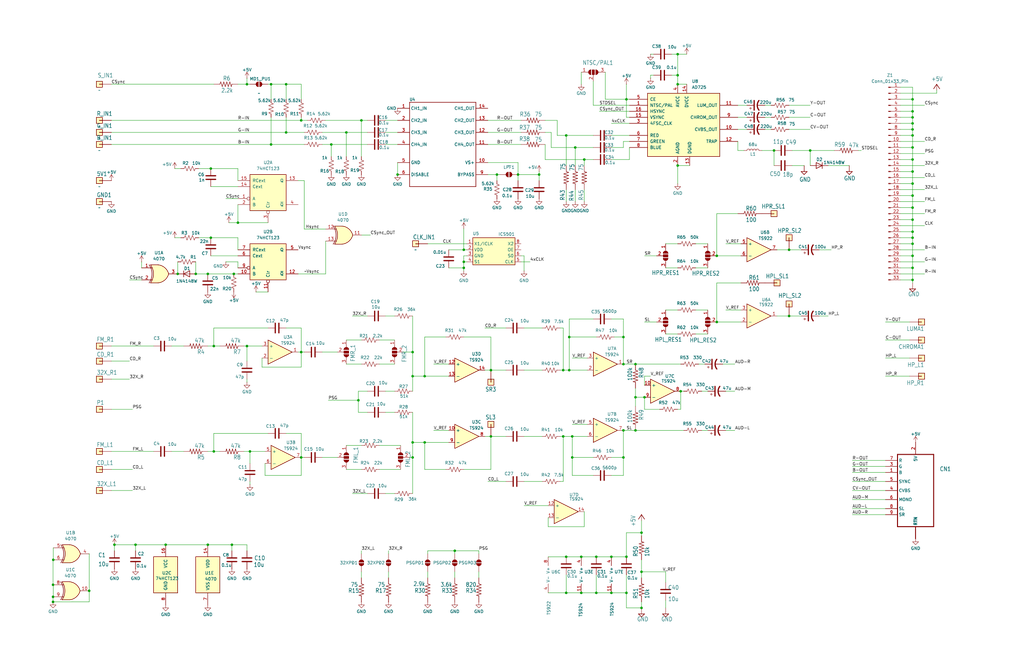
<source format=kicad_sch>
(kicad_sch (version 20250114) (generator "eeschema") (generator_version "9.0")
  (paper "B")
  (title_block (title "MegaAV") (date "2025-07-08") (rev "0.5 BETA") (company "Developed By: Ace9921, RIP-Felix, RGBeter, Villahed94"))
  (lib_symbols
    (symbol "3bpV2A_RevC-eagle-import:+5V" (power)
      (property "Value" "+5V" (at -2.54 -5.08 90))
      (symbol "+5V_1_0"
        (pin power_in line (at 0 -2.54 90) (length 2.54) (name "+5V") (number "1"))
      )
    )
    (symbol "3bpV2A_RevC-eagle-import:GND" (power)
      (property "Value" "GND" (at -1.905 -3.175 0))
      (symbol "GND_1_0"
        (pin power_in line (at 0 2.54 270) (length 2.54) (name "GND") (number "1"))
      )
    )
    (symbol "3bpV2A_RevC-eagle-import:R-US_R0603"
      (property "Reference" "R" (at -3.81 1.4986 0))
      (property "Value" "R-US_R0603" (at -3.81 -3.302 0))
      (symbol "R-US_R0603_1_0"
        (pin passive line (at -5.08 0 0) (length 2.54) (name "1") (number "1"))
        (pin passive line (at 5.08 0 180) (length 2.54) (name "2") (number "2"))
      )
    )
    (symbol "4xxx:4070" (pin_names (offset 1.016))
      (property "Reference" "U" (at 0 1.27 0))
      (property "Value" "4070" (at 0 -1.27 0))
      (symbol "4070_1_0"
        (pin input line (at -7.62 2.54 0) (length 4.445) (name "~") (number "1"))
        (pin input line (at -7.62 -2.54 0) (length 4.445) (name "~") (number "2"))
        (pin output line (at 7.62 0 180) (length 3.81) (name "~") (number "3"))
      )
      (symbol "4070_2_0"
        (pin input line (at -7.62 2.54 0) (length 4.445) (name "~") (number "5"))
        (pin input line (at -7.62 -2.54 0) (length 4.445) (name "~") (number "6"))
        (pin output line (at 7.62 0 180) (length 3.81) (name "~") (number "4"))
      )
      (symbol "4070_3_0"
        (pin input line (at -7.62 2.54 0) (length 4.445) (name "~") (number "8"))
        (pin input line (at -7.62 -2.54 0) (length 4.445) (name "~") (number "9"))
        (pin output line (at 7.62 0 180) (length 3.81) (name "~") (number "10"))
      )
      (symbol "4070_4_0"
        (pin input line (at -7.62 2.54 0) (length 4.445) (name "~") (number "12"))
        (pin input line (at -7.62 -2.54 0) (length 4.445) (name "~") (number "13"))
        (pin output line (at 7.62 0 180) (length 3.81) (name "~") (number "11"))
      )
      (symbol "4070_5_0"
        (pin power_in line (at 0 12.7 270) (length 5.08) (name "VDD") (number "14"))
        (pin power_in line (at 0 -12.7 90) (length 5.08) (name "VSS") (number "7"))
      )
    )
    (symbol "74xx:74HC123" (pin_names (offset 1.016))
      (property "Reference" "U" (at -7.62 8.89 0))
      (property "Value" "74HC123" (at -7.62 -8.89 0))
      (symbol "74HC123_1_0"
        (pin input line (at -12.7 5.08 0) (length 5.08) (name "RCext") (number "15"))
        (pin input line (at -12.7 2.54 0) (length 5.08) (name "Cext") (number "14"))
        (pin input inverted (at -12.7 -2.54 0) (length 5.08) (name "A") (number "1"))
        (pin input line (at -12.7 -5.08 0) (length 5.08) (name "B") (number "2"))
        (pin input inverted (at 0 -12.7 90) (length 5.08) (name "Clr") (number "3"))
        (pin output line (at 12.7 5.08 180) (length 5.08) (name "Q") (number "13"))
        (pin output line (at 12.7 -5.08 180) (length 5.08) (name "~{Q}") (number "4"))
      )
      (symbol "74HC123_2_0"
        (pin input line (at -12.7 5.08 0) (length 5.08) (name "RCext") (number "7"))
        (pin input line (at -12.7 2.54 0) (length 5.08) (name "Cext") (number "6"))
        (pin input inverted (at -12.7 -2.54 0) (length 5.08) (name "A") (number "9"))
        (pin input line (at -12.7 -5.08 0) (length 5.08) (name "B") (number "10"))
        (pin input inverted (at 0 -12.7 90) (length 5.08) (name "Clr") (number "11"))
        (pin output line (at 12.7 5.08 180) (length 5.08) (name "Q") (number "5"))
        (pin output line (at 12.7 -5.08 180) (length 5.08) (name "~{Q}") (number "12"))
      )
      (symbol "74HC123_3_0"
        (pin power_in line (at 0 12.7 270) (length 5.08) (name "VCC") (number "16"))
        (pin power_in line (at 0 -12.7 90) (length 5.08) (name "GND") (number "8"))
      )
    )
    (symbol "74xx:74HCT123" (pin_names (offset 1.016))
      (property "Reference" "U" (at -7.62 8.89 0))
      (property "Value" "74HCT123" (at -7.62 -8.89 0))
      (symbol "74HCT123_1_0"
        (pin input line (at -12.7 5.08 0) (length 5.08) (name "RCext") (number "15"))
        (pin input line (at -12.7 2.54 0) (length 5.08) (name "Cext") (number "14"))
        (pin input inverted (at -12.7 -2.54 0) (length 5.08) (name "A") (number "1"))
        (pin input line (at -12.7 -5.08 0) (length 5.08) (name "B") (number "2"))
        (pin input inverted (at 0 -12.7 90) (length 5.08) (name "Clr") (number "3"))
        (pin output line (at 12.7 5.08 180) (length 5.08) (name "Q") (number "13"))
        (pin output line (at 12.7 -5.08 180) (length 5.08) (name "~{Q}") (number "4"))
      )
      (symbol "74HCT123_2_0"
        (pin input line (at -12.7 5.08 0) (length 5.08) (name "RCext") (number "7"))
        (pin input line (at -12.7 2.54 0) (length 5.08) (name "Cext") (number "6"))
        (pin input inverted (at -12.7 -2.54 0) (length 5.08) (name "A") (number "9"))
        (pin input line (at -12.7 -5.08 0) (length 5.08) (name "B") (number "10"))
        (pin input inverted (at 0 -12.7 90) (length 5.08) (name "Clr") (number "11"))
        (pin output line (at 12.7 5.08 180) (length 5.08) (name "Q") (number "5"))
        (pin output line (at 12.7 -5.08 180) (length 5.08) (name "~{Q}") (number "12"))
      )
      (symbol "74HCT123_3_0"
        (pin power_in line (at 0 12.7 270) (length 5.08) (name "VCC") (number "16"))
        (pin power_in line (at 0 -12.7 90) (length 5.08) (name "GND") (number "8"))
      )
    )
    (symbol "Connector:Conn_01x33_Pin" (pin_names (offset 1.016) (hide yes))
      (property "Reference" "J" (at 0 43.18 0))
      (property "Value" "Conn_01x33_Pin" (at 0 -43.18 0))
      (symbol "Conn_01x33_Pin_1_1"
        (pin passive line (at 5.08 40.64 180) (length 3.81) (name "Pin_1") (number "1"))
        (pin passive line (at 5.08 38.1 180) (length 3.81) (name "Pin_2") (number "2"))
        (pin passive line (at 5.08 35.56 180) (length 3.81) (name "Pin_3") (number "3"))
        (pin passive line (at 5.08 33.02 180) (length 3.81) (name "Pin_4") (number "4"))
        (pin passive line (at 5.08 30.48 180) (length 3.81) (name "Pin_5") (number "5"))
        (pin passive line (at 5.08 27.94 180) (length 3.81) (name "Pin_6") (number "6"))
        (pin passive line (at 5.08 25.4 180) (length 3.81) (name "Pin_7") (number "7"))
        (pin passive line (at 5.08 22.86 180) (length 3.81) (name "Pin_8") (number "8"))
        (pin passive line (at 5.08 20.32 180) (length 3.81) (name "Pin_9") (number "9"))
        (pin passive line (at 5.08 17.78 180) (length 3.81) (name "Pin_10") (number "10"))
        (pin passive line (at 5.08 15.24 180) (length 3.81) (name "Pin_11") (number "11"))
        (pin passive line (at 5.08 12.7 180) (length 3.81) (name "Pin_12") (number "12"))
        (pin passive line (at 5.08 10.16 180) (length 3.81) (name "Pin_13") (number "13"))
        (pin passive line (at 5.08 7.62 180) (length 3.81) (name "Pin_14") (number "14"))
        (pin passive line (at 5.08 5.08 180) (length 3.81) (name "Pin_15") (number "15"))
        (pin passive line (at 5.08 2.54 180) (length 3.81) (name "Pin_16") (number "16"))
        (pin passive line (at 5.08 0 180) (length 3.81) (name "Pin_17") (number "17"))
        (pin passive line (at 5.08 -2.54 180) (length 3.81) (name "Pin_18") (number "18"))
        (pin passive line (at 5.08 -5.08 180) (length 3.81) (name "Pin_19") (number "19"))
        (pin passive line (at 5.08 -7.62 180) (length 3.81) (name "Pin_20") (number "20"))
        (pin passive line (at 5.08 -10.16 180) (length 3.81) (name "Pin_21") (number "21"))
        (pin passive line (at 5.08 -12.7 180) (length 3.81) (name "Pin_22") (number "22"))
        (pin passive line (at 5.08 -15.24 180) (length 3.81) (name "Pin_23") (number "23"))
        (pin passive line (at 5.08 -17.78 180) (length 3.81) (name "Pin_24") (number "24"))
        (pin passive line (at 5.08 -20.32 180) (length 3.81) (name "Pin_25") (number "25"))
        (pin passive line (at 5.08 -22.86 180) (length 3.81) (name "Pin_26") (number "26"))
        (pin passive line (at 5.08 -25.4 180) (length 3.81) (name "Pin_27") (number "27"))
        (pin passive line (at 5.08 -27.94 180) (length 3.81) (name "Pin_28") (number "28"))
        (pin passive line (at 5.08 -30.48 180) (length 3.81) (name "Pin_29") (number "29"))
        (pin passive line (at 5.08 -33.02 180) (length 3.81) (name "Pin_30") (number "30"))
        (pin passive line (at 5.08 -35.56 180) (length 3.81) (name "Pin_31") (number "31"))
        (pin passive line (at 5.08 -38.1 180) (length 3.81) (name "Pin_32") (number "32"))
        (pin passive line (at 5.08 -40.64 180) (length 3.81) (name "Pin_33") (number "33"))
      )
    )
    (symbol "Device:C" (pin_numbers (hide yes)) (pin_names (offset 0.254))
      (property "Reference" "C" (at 0.635 2.54 0))
      (property "Value" "C" (at 0.635 -2.54 0))
      (symbol "C_1_1"
        (pin passive line (at 0 3.81 270) (length 2.794) (name "~") (number "1"))
        (pin passive line (at 0 -3.81 90) (length 2.794) (name "~") (number "2"))
      )
    )
    (symbol "Device:C_Polarized_US" (pin_numbers (hide yes)) (pin_names (offset 0.254) (hide yes))
      (property "Reference" "C" (at 0.635 2.54 0))
      (property "Value" "C_Polarized_US" (at 0.635 -2.54 0))
      (symbol "C_Polarized_US_1_1"
        (pin passive line (at 0 3.81 270) (length 2.794) (name "~") (number "1"))
        (pin passive line (at 0 -3.81 90) (length 3.302) (name "~") (number "2"))
      )
    )
    (symbol "Device:L" (pin_numbers (hide yes)) (pin_names (offset 1.016) (hide yes))
      (property "Reference" "L" (at -1.27 0 90))
      (property "Value" "L" (at 1.905 0 90))
      (symbol "L_1_1"
        (pin passive line (at 0 3.81 270) (length 1.27) (name "1") (number "1"))
        (pin passive line (at 0 -3.81 90) (length 1.27) (name "2") (number "2"))
      )
    )
    (symbol "Device:Opamp_Dual"
      (property "Reference" "U" (at 0 5.08 0))
      (property "Value" "Opamp_Dual" (at 0 -5.08 0))
      (symbol "Opamp_Dual_1_1"
        (pin input line (at -7.62 2.54 0) (length 2.54) (name "+") (number "3"))
        (pin input line (at -7.62 -2.54 0) (length 2.54) (name "-") (number "2"))
        (pin output line (at 7.62 0 180) (length 2.54) (name "~") (number "1"))
      )
      (symbol "Opamp_Dual_2_1"
        (pin input line (at -7.62 2.54 0) (length 2.54) (name "+") (number "5"))
        (pin input line (at -7.62 -2.54 0) (length 2.54) (name "-") (number "6"))
        (pin output line (at 7.62 0 180) (length 2.54) (name "~") (number "7"))
      )
      (symbol "Opamp_Dual_3_1"
        (pin power_in line (at -2.54 7.62 270) (length 3.81) (name "V+") (number "8"))
        (pin power_in line (at -2.54 -7.62 90) (length 3.81) (name "V-") (number "4"))
      )
    )
    (symbol "Device:Opamp_Quad"
      (property "Reference" "U" (at 0 5.08 0))
      (property "Value" "Opamp_Quad" (at 0 -5.08 0))
      (symbol "Opamp_Quad_1_1"
        (pin input line (at -7.62 2.54 0) (length 2.54) (name "+") (number "3"))
        (pin input line (at -7.62 -2.54 0) (length 2.54) (name "-") (number "2"))
        (pin output line (at 7.62 0 180) (length 2.54) (name "~") (number "1"))
      )
      (symbol "Opamp_Quad_2_1"
        (pin input line (at -7.62 2.54 0) (length 2.54) (name "+") (number "5"))
        (pin input line (at -7.62 -2.54 0) (length 2.54) (name "-") (number "6"))
        (pin output line (at 7.62 0 180) (length 2.54) (name "~") (number "7"))
      )
      (symbol "Opamp_Quad_3_1"
        (pin input line (at -7.62 2.54 0) (length 2.54) (name "+") (number "10"))
        (pin input line (at -7.62 -2.54 0) (length 2.54) (name "-") (number "9"))
        (pin output line (at 7.62 0 180) (length 2.54) (name "~") (number "8"))
      )
      (symbol "Opamp_Quad_4_1"
        (pin input line (at -7.62 2.54 0) (length 2.54) (name "+") (number "12"))
        (pin input line (at -7.62 -2.54 0) (length 2.54) (name "-") (number "13"))
        (pin output line (at 7.62 0 180) (length 2.54) (name "~") (number "14"))
      )
      (symbol "Opamp_Quad_5_1"
        (pin power_in line (at -2.54 7.62 270) (length 3.81) (name "V+") (number "4"))
        (pin power_in line (at -2.54 -7.62 90) (length 3.81) (name "V-") (number "11"))
      )
    )
    (symbol "Device:R_US" (pin_numbers (hide yes)) (pin_names (offset 0))
      (property "Reference" "R" (at 2.54 0 90))
      (property "Value" "R_US" (at -2.54 0 90))
      (symbol "R_US_1_1"
        (pin passive line (at 0 3.81 270) (length 1.27) (name "~") (number "1"))
        (pin passive line (at 0 -3.81 90) (length 1.27) (name "~") (number "2"))
      )
    )
    (symbol "Diode:1N4148W" (pin_numbers (hide yes)) (pin_names (hide yes))
      (property "Reference" "D" (at 0 2.54 0))
      (property "Value" "1N4148W" (at 0 -2.54 0))
      (symbol "1N4148W_1_1"
        (pin passive line (at -3.81 0 0) (length 2.54) (name "K") (number "1"))
        (pin passive line (at 3.81 0 180) (length 2.54) (name "A") (number "2"))
      )
    )
    (symbol "ICS501:ICS501"
      (property "Reference" "IC" (at -8.89 8.636 0))
      (property "Value" "ICS501" (at -6.604 11.176 0))
      (symbol "ICS501_1_1"
        (pin input line (at -12.7 5.08 0) (length 2.54) (name "X1/ICLK") (number "1"))
        (pin power_in line (at -12.7 2.54 0) (length 2.54) (name "VDD") (number "2"))
        (pin power_in line (at -12.7 0 0) (length 2.54) (name "GND") (number "3"))
        (pin tri_state line (at -12.7 -2.54 0) (length 2.54) (name "S1") (number "4"))
        (pin output line (at 10.16 5.08 180) (length 2.54) (name "X2") (number "8"))
        (pin input line (at 10.16 2.54 180) (length 2.54) (name "OE") (number "7"))
        (pin tri_state line (at 10.16 0 180) (length 2.54) (name "S0") (number "6"))
        (pin output line (at 10.16 -2.54 180) (length 2.54) (name "CLK") (number "5"))
      )
    )
    (symbol "Jumper:SolderJumper_2_Open" (pin_numbers (hide yes)) (pin_names (offset 0) (hide yes)) (exclude_from_sim yes) (in_bom no)
      (property "Reference" "JP" (at 0 2.032 0))
      (property "Value" "SolderJumper_2_Open" (at 0 -2.54 0))
      (symbol "SolderJumper_2_Open_1_1"
        (pin passive line (at -3.81 0 0) (length 2.54) (name "A") (number "1"))
        (pin passive line (at 3.81 0 180) (length 2.54) (name "B") (number "2"))
      )
    )
    (symbol "Jumper:SolderJumper_3_Open" (pin_names (offset 0) (hide yes))
      (property "Reference" "JP" (at -2.54 -2.54 0))
      (property "Value" "SolderJumper_3_Open" (at 0 2.794 0))
      (symbol "SolderJumper_3_Open_1_1"
        (pin passive line (at -5.08 0 0) (length 2.54) (name "A") (number "1"))
        (pin passive line (at 0 -3.81 90) (length 2.54) (name "C") (number "2"))
        (pin passive line (at 5.08 0 180) (length 2.54) (name "B") (number "3"))
      )
    )
    (symbol "My_Library:MD-90SM_MD2"
      (property "Reference" "J" (at 2.54 17.145 0))
      (symbol "MD-90SM_MD2_1_0"
        (pin bidirectional line (at -12.7 13.97 0) (length 5.08) (name "R") (number "7"))
        (pin bidirectional line (at -12.7 11.43 0) (length 5.08) (name "G") (number "3"))
        (pin bidirectional line (at -12.7 8.89 0) (length 5.08) (name "B") (number "1"))
        (pin bidirectional line (at -12.7 5.08 0) (length 5.08) (name "SYNC") (number "5"))
        (pin bidirectional line (at -12.7 1.27 0) (length 5.08) (name "CVBS") (number "4"))
        (pin bidirectional line (at -12.7 -2.54 0) (length 5.08) (name "MONO") (number "6"))
        (pin bidirectional line (at -12.7 -6.35 0) (length 5.08) (name "SL") (number "8"))
        (pin bidirectional line (at -12.7 -8.89 0) (length 5.08) (name "SR") (number "9"))
        (pin bidirectional line (at 0 21.59 270) (length 5.08) (name "5V") (number "2"))
        (pin bidirectional line (at 0 -19.05 90) (length 5.08) (name "RTN") (number "S1"))
        (pin bidirectional line (at 0 -19.05 90) (length 5.08) (name "RTN") (number "S2"))
        (pin bidirectional line (at 0 -19.05 90) (length 5.08) (name "RTN") (number "S3"))
      )
    )
    (symbol "My_Library:SMD_Conn_01x01" (pin_numbers (hide yes)) (pin_names (offset 1.016) (hide yes)) (in_bom no)
      (property "Reference" "J" (at 0 2.54 0))
      (property "Value" "SMD_Conn_01x01" (at 0 -2.54 0))
      (symbol "SMD_Conn_01x01_1_1"
        (pin passive line (at 5.08 0 180) (length 3.81) (name "Pin_1") (number "1"))
      )
    )
    (symbol "My_Library:THS7374"
      (property "Reference" "IC" (at -10.16 10.668 0))
      (symbol "THS7374_1_0"
        (pin bidirectional line (at -15.24 7.62 0) (length 5.08) (name "CH1_IN") (number "1"))
        (pin bidirectional line (at -15.24 2.54 0) (length 5.08) (name "CH2_IN") (number "2"))
        (pin bidirectional line (at -15.24 -2.54 0) (length 5.08) (name "CH3_IN") (number "3"))
        (pin bidirectional line (at -15.24 -7.62 0) (length 5.08) (name "CH4_IN") (number "4"))
        (pin bidirectional line (at -15.24 -15.24 0) (length 5.08) (name "GND") (number "5"))
        (pin bidirectional line (at -15.24 -20.32 0) (length 5.08) (name "DISABLE") (number "6"))
        (pin bidirectional line (at 22.86 7.62 180) (length 5.08) (name "CH1_OUT") (number "14"))
        (pin bidirectional line (at 22.86 2.54 180) (length 5.08) (name "CH2_OUT") (number "13"))
        (pin bidirectional line (at 22.86 -2.54 180) (length 5.08) (name "CH3_OUT") (number "12"))
        (pin bidirectional line (at 22.86 -7.62 180) (length 5.08) (name "CH4_OUT") (number "11"))
        (pin bidirectional line (at 22.86 -15.24 180) (length 5.08) (name "VS+") (number "10"))
        (pin bidirectional line (at 22.86 -20.32 180) (length 5.08) (name "BYPASS") (number "9"))
      )
    )
    (symbol "Video:AD725" (pin_names (offset 1.016))
      (property "Reference" "U" (at -13.97 13.97 0))
      (property "Value" "AD725" (at 12.7 13.97 0))
      (symbol "AD725_1_1"
        (pin power_in line (at -22.86 10.16 0) (length 7.62) (name "CE") (number "5"))
        (pin input line (at -22.86 7.62 0) (length 7.62) (name "NTSC/PAL") (number "1"))
        (pin input line (at -22.86 5.08 0) (length 7.62) (name "HSYNC") (number "16"))
        (pin input line (at -22.86 2.54 0) (length 7.62) (name "VSYNC") (number "15"))
        (pin input line (at -22.86 0 0) (length 7.62) (name "4FSC_CLK") (number "3"))
        (pin input line (at -22.86 -5.08 0) (length 7.62) (name "RED") (number "6"))
        (pin input line (at -22.86 -7.62 0) (length 7.62) (name "GREEN") (number "7"))
        (pin input line (at -22.86 -10.16 0) (length 7.62) (name "BLUE") (number "8"))
        (pin power_in line (at -2.54 16.51 270) (length 3.81) (name "AVCC") (number "4"))
        (pin power_in line (at -2.54 -17.78 90) (length 3.81) (name "AGND") (number "2"))
        (pin power_in line (at 1.27 16.51 270) (length 3.81) (name "DVCC") (number "14"))
        (pin power_in line (at 2.54 -17.78 90) (length 3.81) (name "DGND") (number "13"))
        (pin output line (at 22.86 7.62 180) (length 7.62) (name "LUM_OUT") (number "11"))
        (pin output line (at 22.86 2.54 180) (length 7.62) (name "CHROM_OUT") (number "9"))
        (pin output line (at 22.86 -2.54 180) (length 7.62) (name "CVBS_OUT") (number "10"))
        (pin input line (at 22.86 -7.62 180) (length 7.62) (name "TRAP") (number "12"))
      )
    )
    (symbol "power:+5V" (power) (pin_numbers (hide yes)) (pin_names (offset 0) (hide yes))
      (property "Value" "+5V" (at 0 3.556 0))
      (symbol "+5V_1_1"
        (pin power_in line (at 0 0 90) (length 0) (name "~") (number "1"))
      )
    )
    (symbol "power:GND" (power) (pin_numbers (hide yes)) (pin_names (offset 0) (hide yes))
      (property "Value" "GND" (at 0 -3.81 0))
      (symbol "GND_1_1"
        (pin power_in line (at 0 0 270) (length 0) (name "~") (number "1"))
      )
    )
  )
  (junction (at 264.16 234.95))
  (junction (at 270.51 224.79))
  (junction (at 88.9 100.33))
  (junction (at 267.97 167.64))
  (junction (at 384.81 82.55))
  (junction (at 195.58 110.49))
  (junction (at 227.33 73.66))
  (junction (at 262.89 153.67))
  (junction (at 173.99 158.75))
  (junction (at 384.81 52.07))
  (junction (at 238.76 57.15))
  (junction (at 127 50.8))
  (junction (at 384.81 92.71))
  (junction (at 120.65 55.88))
  (junction (at 264.16 250.19))
  (junction (at 104.14 146.05))
  (junction (at 384.81 97.79))
  (junction (at 384.81 67.31))
  (junction (at 287.02 165.1))
  (junction (at 246.38 67.31))
  (junction (at 237.49 156.21))
  (junction (at 191.77 232.41))
  (junction (at 69.85 229.87))
  (junction (at 302.26 135.89))
  (junction (at 257.81 250.19))
  (junction (at 90.17 190.5))
  (junction (at 285.75 35.56))
  (junction (at 384.81 100.33))
  (junction (at 267.97 181.61))
  (junction (at 74.93 115.57))
  (junction (at 326.39 63.5))
  (junction (at 251.46 234.95))
  (junction (at 384.81 72.39))
  (junction (at 242.57 62.23))
  (junction (at 257.81 234.95))
  (junction (at 384.81 113.03))
  (junction (at 264.16 41.91))
  (junction (at 127 148.59))
  (junction (at 262.89 181.61))
  (junction (at 105.41 190.5))
  (junction (at 262.89 142.24))
  (junction (at 332.74 133.35))
  (junction (at 22.4617 236.2359))
  (junction (at 22.3586 246.7724))
  (junction (at 271.78 167.64))
  (junction (at 384.81 102.87))
  (junction (at 384.81 77.47))
  (junction (at 262.89 193.04))
  (junction (at 384.81 49.53))
  (junction (at 237.49 184.15))
  (junction (at 245.11 234.95))
  (junction (at 384.81 54.61))
  (junction (at 179.07 186.69))
  (junction (at 87.63 229.87))
  (junction (at 104.14 35.56))
  (junction (at 97.79 229.87))
  (junction (at 120.65 35.56))
  (junction (at 195.58 113.03))
  (junction (at 285.75 31.75))
  (junction (at 127 193.04))
  (junction (at 82.55 115.57))
  (junction (at 22.3586 251.8524))
  (junction (at 384.81 107.95))
  (junction (at 173.99 193.04))
  (junction (at 195.58 105.41))
  (junction (at 146.05 55.88))
  (junction (at 245.11 250.19))
  (junction (at 167.64 73.66))
  (junction (at 209.55 73.66))
  (junction (at 22.3586 254))
  (junction (at 251.46 250.19))
  (junction (at 270.51 256.54))
  (junction (at 88.9 71.12))
  (junction (at 241.3 184.15))
  (junction (at 238.76 250.19))
  (junction (at 90.17 146.05))
  (junction (at 152.4 50.8))
  (junction (at 114.3 60.96))
  (junction (at 384.81 118.11))
  (junction (at 179.07 158.75))
  (junction (at 218.44 73.66))
  (junction (at 341.63 63.5))
  (junction (at 173.99 186.69))
  (junction (at 384.81 41.91))
  (junction (at 87.63 115.57))
  (junction (at 332.74 105.41))
  (junction (at 270.51 241.3))
  (junction (at 384.81 62.23))
  (junction (at 238.76 234.95))
  (junction (at 100.33 93.98))
  (junction (at 285.75 69.85))
  (junction (at 48.26 229.87))
  (junction (at 173.99 148.59))
  (junction (at 384.81 46.99))
  (junction (at 285.75 22.86))
  (junction (at 240.03 142.24))
  (junction (at 151.13 168.91))
  (junction (at 57.15 229.87))
  (junction (at 207.01 156.21))
  (junction (at 37.5986 249.3124))
  (junction (at 384.81 57.15))
  (junction (at 240.03 156.21))
  (junction (at 114.3 35.56))
  (junction (at 241.3 193.04))
  (junction (at 139.7 60.96))
  (junction (at 98.6043 115.57))
  (junction (at 267.97 153.67))
  (junction (at 207.01 184.15))
  (junction (at 384.81 87.63))
  (junction (at 302.26 107.95))
  (wire (pts (xy 373.38 143.51) (xy 383.54 143.51)))
  (wire (pts (xy 285.75 22.86) (xy 285.75 31.75)))
  (wire (pts (xy 262.89 62.23) (xy 257.81 62.23)))
  (wire (pts (xy 265.43 44.45) (xy 250.19 44.45)))
  (wire (pts (xy 280.67 113.03) (xy 285.75 113.03)))
  (wire (pts (xy 207.01 142.24) (xy 207.01 156.21)))
  (wire (pts (xy 270.51 224.79) (xy 270.51 226.06)))
  (wire (pts (xy 160.02 198.12) (xy 168.91 198.12)))
  (wire (pts (xy 104.14 160.02) (xy 104.14 161.29)))
  (wire (pts (xy 205.74 60.96) (xy 219.71 60.96)))
  (wire (pts (xy 379.73 87.63) (xy 384.81 87.63)))
  (wire (pts (xy 195.58 105.41) (xy 195.58 96.52)))
  (wire (pts (xy 379.73 39.37) (xy 394.97 39.37)))
  (wire (pts (xy 379.73 64.77) (xy 389.89 64.77)))
  (wire (pts (xy 152.5464 99.224) (xy 156.21 99.224)))
  (wire (pts (xy 270.51 219.71) (xy 270.51 224.79)))
  (wire (pts (xy 207.01 184.15) (xy 213.36 184.15)))
  (wire (pts (xy 242.57 80.01) (xy 242.57 85.09)))
  (wire (pts (xy 384.81 52.07) (xy 384.81 49.53)))
  (wire (pts (xy 195.58 110.49) (xy 195.58 113.03)))
  (wire (pts (xy 246.38 85.09) (xy 246.38 80.01)))
  (wire (pts (xy 341.63 63.5) (xy 334.01 63.5)))
  (wire (pts (xy 72.39 190.5) (xy 77.47 190.5)))
  (wire (pts (xy 373.38 151.13) (xy 383.54 151.13)))
  (wire (pts (xy 152.4 50.8) (xy 152.4 66.04)))
  (wire (pts (xy 306.07 181.61) (xy 309.88 181.61)))
  (wire (pts (xy 151.13 165.1) (xy 151.13 168.91)))
  (wire (pts (xy 267.97 153.67) (xy 287.02 153.67)))
  (wire (pts (xy 179.07 186.69) (xy 189.23 186.69)))
  (wire (pts (xy 209.55 73.66) (xy 210.82 73.66)))
  (wire (pts (xy 267.97 167.64) (xy 271.78 167.64)))
  (wire (pts (xy 204.47 184.15) (xy 207.01 184.15)))
  (wire (pts (xy 262.89 153.67) (xy 267.97 153.67)))
  (wire (pts (xy 231.14 222.25) (xy 246.38 222.25)))
  (wire (pts (xy 255.27 41.91) (xy 264.16 41.91)))
  (wire (pts (xy 179.07 198.12) (xy 179.07 186.69)))
  (wire (pts (xy 245.11 234.95) (xy 251.46 234.95)))
  (wire (pts (xy 205.74 50.8) (xy 219.71 50.8)))
  (wire (pts (xy 280.67 245.745) (xy 280.67 241.3)))
  (wire (pts (xy 332.74 49.53) (xy 341.63 49.53)))
  (wire (pts (xy 379.73 44.45) (xy 389.89 44.45)))
  (wire (pts (xy 114.3 35.56) (xy 120.65 35.56)))
  (wire (pts (xy 162.56 55.88) (xy 167.64 55.88)))
  (wire (pts (xy 240.03 134.62) (xy 240.03 142.24)))
  (wire (pts (xy 207.01 198.12) (xy 207.01 184.15)))
  (wire (pts (xy 285.75 31.75) (xy 285.75 35.56)))
  (wire (pts (xy 234.95 50.8) (xy 234.95 57.15)))
  (wire (pts (xy 127 41.91) (xy 127 35.56)))
  (wire (pts (xy 262.89 134.62) (xy 262.89 142.24)))
  (wire (pts (xy 180.34 102.87) (xy 196.85 102.87)))
  (wire (pts (xy 218.44 68.58) (xy 218.44 73.66)))
  (wire (pts (xy 262.89 193.04) (xy 262.89 181.61)))
  (wire (pts (xy 173.99 133.35) (xy 173.99 148.59)))
  (wire (pts (xy 105.41 190.5) (xy 105.41 195.58)))
  (wire (pts (xy 262.89 181.61) (xy 267.97 181.61)))
  (wire (pts (xy 74.93 115.57) (xy 74.93 110.49)))
  (wire (pts (xy 73.66 71.12) (xy 76.2 71.12)))
  (wire (pts (xy 191.77 241.3) (xy 191.77 243.84)))
  (wire (pts (xy 289.56 22.86) (xy 285.75 22.86)))
  (wire (pts (xy 271.78 107.95) (xy 276.86 107.95)))
  (wire (pts (xy 152.4 232.41) (xy 152.4 233.68)))
  (wire (pts (xy 173.99 186.69) (xy 173.99 193.04)))
  (wire (pts (xy 173.99 186.69) (xy 179.07 186.69)))
  (wire (pts (xy 379.73 62.23) (xy 384.81 62.23)))
  (wire (pts (xy 275.59 22.86) (xy 274.32 22.86)))
  (wire (pts (xy 146.05 198.12) (xy 152.4 198.12)))
  (wire (pts (xy 220.98 107.95) (xy 220.98 114.3)))
  (wire (pts (xy 379.73 74.93) (xy 389.89 74.93)))
  (wire (pts (xy 285.75 69.85) (xy 290.83 69.85)))
  (wire (pts (xy 105.41 190.5) (xy 111.76 190.5)))
  (wire (pts (xy 234.95 57.15) (xy 238.76 57.15)))
  (wire (pts (xy 120.65 49.53) (xy 120.65 55.88)))
  (wire (pts (xy 332.74 133.35) (xy 337.82 133.35)))
  (wire (pts (xy 379.73 113.03) (xy 384.81 113.03)))
  (wire (pts (xy 220.98 213.36) (xy 231.14 213.36)))
  (wire (pts (xy 251.46 250.19) (xy 257.81 250.19)))
  (wire (pts (xy 128.27 96.684) (xy 137.3064 96.684)))
  (wire (pts (xy 379.73 80.01) (xy 389.89 80.01)))
  (wire (pts (xy 220.98 138.43) (xy 228.6 138.43)))
  (wire (pts (xy 359.41 196.85) (xy 373.38 196.85)))
  (wire (pts (xy 83.82 100.33) (xy 88.9 100.33)))
  (wire (pts (xy 125.73 148.59) (xy 127 148.59)))
  (wire (pts (xy 146.05 55.88) (xy 154.94 55.88)))
  (wire (pts (xy 373.38 158.75) (xy 383.54 158.75)))
  (wire (pts (xy 98.6043 115.57) (xy 100.33 115.57)))
  (wire (pts (xy 394.97 39.37) (xy 394.97 38.1)))
  (wire (pts (xy 332.74 54.61) (xy 341.63 54.61)))
  (wire (pts (xy 88.9 100.33) (xy 100.33 100.33)))
  (wire (pts (xy 120.65 55.88) (xy 128.27 55.88)))
  (wire (pts (xy 274.32 31.75) (xy 274.32 33.02)))
  (wire (pts (xy 238.76 85.09) (xy 238.76 80.01)))
  (wire (pts (xy 120.65 35.56) (xy 127 35.56)))
  (wire (pts (xy 154.94 165.1) (xy 151.13 165.1)))
  (wire (pts (xy 104.14 232.41) (xy 104.14 229.87)))
  (wire (pts (xy 384.81 54.61) (xy 384.81 52.07)))
  (wire (pts (xy 59.69 110.49) (xy 59.69 113.03)))
  (wire (pts (xy 373.38 135.89) (xy 383.54 135.89)))
  (wire (pts (xy 379.73 105.41) (xy 389.89 105.41)))
  (wire (pts (xy 264.16 234.95) (xy 264.16 224.79)))
  (wire (pts (xy 332.74 44.45) (xy 341.63 44.45)))
  (wire (pts (xy 87.63 146.05) (xy 90.17 146.05)))
  (wire (pts (xy 306.07 130.81) (xy 312.42 130.81)))
  (wire (pts (xy 100.33 100.33) (xy 100.33 105.41)))
  (wire (pts (xy 257.81 52.07) (xy 265.43 52.07)))
  (wire (pts (xy 135.89 148.59) (xy 142.24 148.59)))
  (wire (pts (xy 22.4617 246.7724) (xy 22.4617 251.8524)))
  (wire (pts (xy 280.67 102.87) (xy 285.75 102.87)))
  (wire (pts (xy 191.77 232.41) (xy 191.77 233.68)))
  (wire (pts (xy 262.89 62.23) (xy 262.89 59.69)))
  (wire (pts (xy 173.99 173.99) (xy 173.99 186.69)))
  (wire (pts (xy 237.49 184.15) (xy 241.3 184.15)))
  (wire (pts (xy 127 200.66) (xy 127 193.04)))
  (wire (pts (xy 262.89 59.69) (xy 265.43 59.69)))
  (wire (pts (xy 148.59 133.35) (xy 154.94 133.35)))
  (wire (pts (xy 322.58 44.45) (xy 325.12 44.45)))
  (wire (pts (xy 209.55 76.2) (xy 209.55 73.66)))
  (wire (pts (xy 182.88 181.61) (xy 189.23 181.61)))
  (wire (pts (xy 135.89 193.04) (xy 142.24 193.04)))
  (wire (pts (xy 207.01 156.21) (xy 213.36 156.21)))
  (wire (pts (xy 384.81 119.38) (xy 384.81 118.11)))
  (wire (pts (xy 162.56 165.1) (xy 166.37 165.1)))
  (wire (pts (xy 180.34 241.3) (xy 180.34 243.84)))
  (wire (pts (xy 334.01 69.85) (xy 339.09 69.85)))
  (wire (pts (xy 127 138.43) (xy 127 148.59)))
  (wire (pts (xy 379.73 90.17) (xy 389.89 90.17)))
  (wire (pts (xy 139.7 60.96) (xy 154.94 60.96)))
  (wire (pts (xy 238.76 57.15) (xy 250.19 57.15)))
  (wire (pts (xy 379.73 52.07) (xy 384.81 52.07)))
  (wire (pts (xy 306.07 165.1) (xy 309.88 165.1)))
  (wire (pts (xy 196.85 107.95) (xy 195.58 107.95)))
  (wire (pts (xy 201.93 232.41) (xy 201.93 233.68)))
  (wire (pts (xy 205.74 73.66) (xy 209.55 73.66)))
  (wire (pts (xy 384.81 118.11) (xy 384.81 113.03)))
  (wire (pts (xy 237.49 138.43) (xy 236.22 138.43)))
  (wire (pts (xy 22.3586 251.8524) (xy 22.3586 254)))
  (wire (pts (xy 265.43 49.53) (xy 264.16 49.53)))
  (wire (pts (xy 384.81 67.31) (xy 384.81 62.23)))
  (wire (pts (xy 359.41 214.63) (xy 373.38 214.63)))
  (wire (pts (xy 100.33 110.49) (xy 95.25 110.49)))
  (wire (pts (xy 311.15 49.53) (xy 314.96 49.53)))
  (wire (pts (xy 361.95 63.5) (xy 363.22 63.5)))
  (wire (pts (xy 96.52 93.98) (xy 100.33 93.98)))
  (wire (pts (xy 170.18 148.59) (xy 173.99 148.59)))
  (wire (pts (xy 379.73 59.69) (xy 389.89 59.69)))
  (wire (pts (xy 379.73 49.53) (xy 384.81 49.53)))
  (wire (pts (xy 384.81 41.91) (xy 384.81 36.83)))
  (wire (pts (xy 384.81 57.15) (xy 384.81 54.61)))
  (wire (pts (xy 105.41 203.2) (xy 105.41 204.47)))
  (wire (pts (xy 379.73 72.39) (xy 384.81 72.39)))
  (wire (pts (xy 220.98 184.15) (xy 228.6 184.15)))
  (wire (pts (xy 238.76 242.57) (xy 238.76 250.19)))
  (wire (pts (xy 229.87 67.31) (xy 246.38 67.31)))
  (wire (pts (xy 247.65 184.15) (xy 241.3 184.15)))
  (wire (pts (xy 241.3 151.13) (xy 247.65 151.13)))
  (wire (pts (xy 379.73 77.47) (xy 384.81 77.47)))
  (wire (pts (xy 138.43 168.91) (xy 151.13 168.91)))
  (wire (pts (xy 379.73 107.95) (xy 384.81 107.95)))
  (wire (pts (xy 69.85 229.87) (xy 87.63 229.87)))
  (wire (pts (xy 22.4617 251.8524) (xy 22.3586 251.8524)))
  (wire (pts (xy 148.59 208.28) (xy 154.94 208.28)))
  (wire (pts (xy 246.38 67.31) (xy 250.19 67.31)))
  (wire (pts (xy 262.89 142.24) (xy 262.89 153.67)))
  (wire (pts (xy 295.91 165.1) (xy 298.45 165.1)))
  (wire (pts (xy 264.16 256.54) (xy 270.51 256.54)))
  (wire (pts (xy 229.87 60.96) (xy 229.87 67.31)))
  (wire (pts (xy 255.27 30.48) (xy 255.27 41.91)))
  (wire (pts (xy 46.99 198.12) (xy 55.88 198.12)))
  (wire (pts (xy 100.33 86.36) (xy 100.33 93.98)))
  (wire (pts (xy 238.76 57.15) (xy 238.76 69.85)))
  (wire (pts (xy 160.02 153.67) (xy 166.37 153.67)))
  (wire (pts (xy 293.37 102.87) (xy 298.45 102.87)))
  (wire (pts (xy 345.44 133.35) (xy 349.25 133.35)))
  (wire (pts (xy 179.07 142.24) (xy 179.07 158.75)))
  (wire (pts (xy 264.16 49.53) (xy 264.16 41.91)))
  (wire (pts (xy 251.46 234.95) (xy 257.81 234.95)))
  (wire (pts (xy 257.81 193.04) (xy 262.89 193.04)))
  (wire (pts (xy 285.75 69.85) (xy 285.75 77.47)))
  (wire (pts (xy 82.55 115.57) (xy 87.63 115.57)))
  (wire (pts (xy 384.81 72.39) (xy 384.81 67.31)))
  (wire (pts (xy 160.02 143.51) (xy 166.37 143.51)))
  (wire (pts (xy 265.43 67.31) (xy 265.43 62.23)))
  (wire (pts (xy 379.73 115.57) (xy 389.89 115.57)))
  (wire (pts (xy 48.26 229.87) (xy 57.15 229.87)))
  (wire (pts (xy 127 148.59) (xy 127 154.94)))
  (wire (pts (xy 242.57 62.23) (xy 242.57 69.85)))
  (wire (pts (xy 302.26 119.38) (xy 302.26 135.89)))
  (wire (pts (xy 242.57 62.23) (xy 250.19 62.23)))
  (wire (pts (xy 250.19 44.45) (xy 250.19 34.29)))
  (wire (pts (xy 327.66 133.35) (xy 332.74 133.35)))
  (wire (pts (xy 267.97 167.64) (xy 267.97 171.45)))
  (wire (pts (xy 220.98 203.2) (xy 228.6 203.2)))
  (wire (pts (xy 37.5986 249.3124) (xy 37.5986 254)))
  (wire (pts (xy 275.59 31.75) (xy 274.32 31.75)))
  (wire (pts (xy 278.13 172.72) (xy 271.78 172.72)))
  (wire (pts (xy 257.81 250.19) (xy 264.16 250.19)))
  (wire (pts (xy 163.83 232.41) (xy 163.83 233.68)))
  (wire (pts (xy 384.81 113.03) (xy 384.81 107.95)))
  (wire (pts (xy 128.27 76.2) (xy 128.27 96.684)))
  (wire (pts (xy 271.78 158.75) (xy 271.78 162.56)))
  (wire (pts (xy 231.14 218.44) (xy 231.14 222.25)))
  (wire (pts (xy 22.4617 231.1559) (xy 22.4617 236.2359)))
  (wire (pts (xy 312.42 119.38) (xy 302.26 119.38)))
  (wire (pts (xy 241.3 193.04) (xy 241.3 184.15)))
  (wire (pts (xy 293.37 130.81) (xy 298.45 130.81)))
  (wire (pts (xy 250.19 200.66) (xy 241.3 200.66)))
  (wire (pts (xy 162.56 133.35) (xy 166.37 133.35)))
  (wire (pts (xy 250.19 134.62) (xy 240.03 134.62)))
  (wire (pts (xy 46.99 35.56) (xy 90.17 35.56)))
  (wire (pts (xy 293.37 140.97) (xy 298.45 140.97)))
  (wire (pts (xy 127 50.8) (xy 129.54 50.8)))
  (wire (pts (xy 384.81 92.71) (xy 384.81 97.79)))
  (wire (pts (xy 379.73 85.09) (xy 389.89 85.09)))
  (wire (pts (xy 379.73 95.25) (xy 389.89 95.25)))
  (wire (pts (xy 341.63 69.85) (xy 341.63 63.5)))
  (wire (pts (xy 241.3 179.07) (xy 247.65 179.07)))
  (wire (pts (xy 304.8 153.67) (xy 309.88 153.67)))
  (wire (pts (xy 218.44 76.2) (xy 218.44 73.66)))
  (wire (pts (xy 237.49 184.15) (xy 237.49 203.2)))
  (wire (pts (xy 90.17 146.05) (xy 92.71 146.05)))
  (wire (pts (xy 173.99 193.04) (xy 173.99 208.28)))
  (wire (pts (xy 227.33 76.2) (xy 227.33 73.66)))
  (wire (pts (xy 240.03 142.24) (xy 251.46 142.24)))
  (wire (pts (xy 46.99 60.96) (xy 114.3 60.96)))
  (wire (pts (xy 379.73 118.11) (xy 384.81 118.11)))
  (wire (pts (xy 231.14 234.95) (xy 238.76 234.95)))
  (wire (pts (xy 311.15 54.61) (xy 314.96 54.61)))
  (wire (pts (xy 104.14 229.87) (xy 97.79 229.87)))
  (wire (pts (xy 172.72 193.04) (xy 173.99 193.04)))
  (wire (pts (xy 173.99 158.75) (xy 173.99 165.1)))
  (wire (pts (xy 251.46 242.57) (xy 251.46 250.19)))
  (wire (pts (xy 237.49 203.2) (xy 236.22 203.2)))
  (wire (pts (xy 267.97 163.83) (xy 267.97 167.64)))
  (wire (pts (xy 384.81 107.95) (xy 384.81 102.87)))
  (wire (pts (xy 232.41 55.88) (xy 232.41 62.23)))
  (wire (pts (xy 379.73 67.31) (xy 384.81 67.31)))
  (wire (pts (xy 127 193.04) (xy 128.27 193.04)))
  (wire (pts (xy 162.56 208.28) (xy 166.37 208.28)))
  (wire (pts (xy 246.38 222.25) (xy 246.38 215.9)))
  (wire (pts (xy 146.05 153.67) (xy 152.4 153.67)))
  (wire (pts (xy 83.82 71.12) (xy 88.9 71.12)))
  (wire (pts (xy 120.65 41.91) (xy 120.65 35.56)))
  (wire (pts (xy 146.05 55.88) (xy 146.05 66.04)))
  (wire (pts (xy 151.13 168.91) (xy 151.13 173.99)))
  (wire (pts (xy 125.73 76.2) (xy 128.27 76.2)))
  (wire (pts (xy 250.19 193.04) (xy 241.3 193.04)))
  (wire (pts (xy 379.73 97.79) (xy 384.81 97.79)))
  (wire (pts (xy 349.25 69.85) (xy 358.14 69.85)))
  (wire (pts (xy 162.56 50.8) (xy 167.64 50.8)))
  (wire (pts (xy 379.73 57.15) (xy 384.81 57.15)))
  (wire (pts (xy 95.25 83.82) (xy 100.33 83.82)))
  (wire (pts (xy 46.99 152.4) (xy 54.61 152.4)))
  (wire (pts (xy 237.49 156.21) (xy 240.03 156.21)))
  (wire (pts (xy 102.87 190.5) (xy 105.41 190.5)))
  (wire (pts (xy 114.3 35.56) (xy 113.03 35.56)))
  (wire (pts (xy 162.56 60.96) (xy 167.64 60.96)))
  (wire (pts (xy 195.58 113.03) (xy 195.58 114.3)))
  (wire (pts (xy 179.07 158.75) (xy 189.23 158.75)))
  (wire (pts (xy 219.71 110.49) (xy 223.52 110.49)))
  (wire (pts (xy 90.17 182.88) (xy 113.03 182.88)))
  (wire (pts (xy 264.16 250.19) (xy 264.16 256.54)))
  (wire (pts (xy 280.67 256.54) (xy 280.67 253.365)))
  (wire (pts (xy 195.58 142.24) (xy 207.01 142.24)))
  (wire (pts (xy 285.75 35.56) (xy 289.56 35.56)))
  (wire (pts (xy 265.43 41.91) (xy 264.16 41.91)))
  (wire (pts (xy 37.5986 254) (xy 22.3586 254)))
  (wire (pts (xy 135.89 60.96) (xy 139.7 60.96)))
  (wire (pts (xy 311.15 63.5) (xy 311.15 59.69)))
  (wire (pts (xy 72.39 146.05) (xy 77.47 146.05)))
  (wire (pts (xy 195.58 110.49) (xy 196.85 110.49)))
  (wire (pts (xy 46.99 146.05) (xy 64.77 146.05)))
  (wire (pts (xy 280.67 130.81) (xy 285.75 130.81)))
  (wire (pts (xy 285.75 172.72) (xy 287.02 172.72)))
  (wire (pts (xy 48.26 232.41) (xy 48.26 229.87)))
  (wire (pts (xy 287.02 172.72) (xy 287.02 165.1)))
  (wire (pts (xy 218.44 73.66) (xy 227.33 73.66)))
  (wire (pts (xy 327.66 105.41) (xy 332.74 105.41)))
  (wire (pts (xy 240.03 156.21) (xy 247.65 156.21)))
  (wire (pts (xy 241.3 193.04) (xy 241.3 200.66)))
  (wire (pts (xy 152.4 241.3) (xy 152.4 243.84)))
  (wire (pts (xy 87.63 190.5) (xy 90.17 190.5)))
  (wire (pts (xy 46.99 172.72) (xy 55.88 172.72)))
  (wire (pts (xy 125.73 115.57) (xy 137.3064 115.57)))
  (wire (pts (xy 111.76 200.66) (xy 127 200.66)))
  (wire (pts (xy 88.9 78.74) (xy 100.33 78.74)))
  (wire (pts (xy 90.17 190.5) (xy 92.71 190.5)))
  (wire (pts (xy 245.11 250.19) (xy 251.46 250.19)))
  (wire (pts (xy 87.63 229.87) (xy 97.79 229.87)))
  (wire (pts (xy 219.71 107.95) (xy 220.98 107.95)))
  (wire (pts (xy 135.89 55.88) (xy 146.05 55.88)))
  (wire (pts (xy 311.15 63.5) (xy 313.69 63.5)))
  (wire (pts (xy 127 182.88) (xy 127 193.04)))
  (wire (pts (xy 264.16 224.79) (xy 270.51 224.79)))
  (wire (pts (xy 120.65 182.88) (xy 127 182.88)))
  (wire (pts (xy 257.81 234.95) (xy 264.16 234.95)))
  (wire (pts (xy 137.3064 115.57) (xy 137.3064 101.764)))
  (wire (pts (xy 182.88 153.67) (xy 189.23 153.67)))
  (wire (pts (xy 160.02 187.96) (xy 168.91 187.96)))
  (wire (pts (xy 110.49 151.13) (xy 110.49 154.94)))
  (wire (pts (xy 167.64 68.58) (xy 167.64 73.66)))
  (wire (pts (xy 90.17 138.43) (xy 90.17 146.05)))
  (wire (pts (xy 195.58 107.95) (xy 195.58 110.49)))
  (wire (pts (xy 163.83 241.3) (xy 163.83 243.84)))
  (wire (pts (xy 280.67 241.3) (xy 270.51 241.3)))
  (wire (pts (xy 104.14 146.05) (xy 110.49 146.05)))
  (wire (pts (xy 379.73 69.85) (xy 389.89 69.85)))
  (wire (pts (xy 293.37 113.03) (xy 298.45 113.03)))
  (wire (pts (xy 257.81 200.66) (xy 262.89 200.66)))
  (wire (pts (xy 264.16 242.57) (xy 264.16 250.19)))
  (wire (pts (xy 359.41 194.31) (xy 373.38 194.31)))
  (wire (pts (xy 257.81 57.15) (xy 265.43 57.15)))
  (wire (pts (xy 137.16 50.8) (xy 152.4 50.8)))
  (wire (pts (xy 204.47 156.21) (xy 207.01 156.21)))
  (wire (pts (xy 37.5986 233.6959) (xy 37.7017 233.6959)))
  (wire (pts (xy 379.73 92.71) (xy 384.81 92.71)))
  (wire (pts (xy 22.3586 236.2359) (xy 22.4617 236.2359)))
  (wire (pts (xy 267.97 181.61) (xy 288.29 181.61)))
  (wire (pts (xy 146.05 187.96) (xy 152.4 187.96)))
  (wire (pts (xy 100.33 71.12) (xy 100.33 76.2)))
  (wire (pts (xy 271.78 167.64) (xy 271.78 172.72)))
  (wire (pts (xy 46.99 160.02) (xy 54.61 160.02)))
  (wire (pts (xy 302.26 90.17) (xy 302.26 107.95)))
  (wire (pts (xy 180.34 232.41) (xy 180.34 233.68)))
  (wire (pts (xy 384.81 87.63) (xy 384.81 82.55)))
  (wire (pts (xy 384.81 49.53) (xy 384.81 46.99)))
  (wire (pts (xy 379.73 41.91) (xy 384.81 41.91)))
  (wire (pts (xy 236.22 156.21) (xy 237.49 156.21)))
  (wire (pts (xy 379.73 54.61) (xy 384.81 54.61)))
  (wire (pts (xy 384.81 46.99) (xy 384.81 41.91)))
  (wire (pts (xy 384.81 100.33) (xy 384.81 97.79)))
  (wire (pts (xy 46.99 55.88) (xy 120.65 55.88)))
  (wire (pts (xy 311.15 44.45) (xy 314.96 44.45)))
  (wire (pts (xy 114.3 49.53) (xy 114.3 60.96)))
  (wire (pts (xy 311.15 90.17) (xy 302.26 90.17)))
  (wire (pts (xy 189.23 105.41) (xy 195.58 105.41)))
  (wire (pts (xy 270.51 241.3) (xy 270.51 236.22)))
  (wire (pts (xy 295.91 181.61) (xy 298.45 181.61)))
  (wire (pts (xy 341.63 63.5) (xy 351.79 63.5)))
  (wire (pts (xy 294.64 153.67) (xy 297.18 153.67)))
  (wire (pts (xy 384.81 77.47) (xy 384.81 72.39)))
  (wire (pts (xy 345.44 105.41) (xy 350.52 105.41)))
  (wire (pts (xy 302.26 107.95) (xy 312.42 107.95)))
  (wire (pts (xy 384.81 102.87) (xy 384.81 100.33)))
  (wire (pts (xy 264.16 41.91) (xy 264.16 35.56)))
  (wire (pts (xy 82.55 115.57) (xy 82.55 110.49)))
  (wire (pts (xy 237.49 138.43) (xy 237.49 156.21)))
  (wire (pts (xy 88.9 107.95) (xy 100.33 107.95)))
  (wire (pts (xy 227.33 72.39) (xy 227.33 73.66)))
  (wire (pts (xy 107.95 123.19) (xy 113.03 123.19)))
  (wire (pts (xy 90.17 138.43) (xy 113.03 138.43)))
  (wire (pts (xy 384.81 82.55) (xy 384.81 77.47)))
  (wire (pts (xy 22.3586 246.7724) (xy 22.4617 246.7724)))
  (wire (pts (xy 379.73 110.49) (xy 389.89 110.49)))
  (wire (pts (xy 359.41 199.39) (xy 373.38 199.39)))
  (wire (pts (xy 127 49.53) (xy 127 50.8)))
  (wire (pts (xy 359.41 210.82) (xy 373.38 210.82)))
  (wire (pts (xy 152.4 50.8) (xy 154.94 50.8)))
  (wire (pts (xy 88.9 71.12) (xy 100.33 71.12)))
  (wire (pts (xy 100.33 35.56) (xy 104.14 35.56)))
  (wire (pts (xy 120.65 138.43) (xy 127 138.43)))
  (wire (pts (xy 245.11 30.48) (xy 245.11 35.56)))
  (wire (pts (xy 379.73 100.33) (xy 384.81 100.33)))
  (wire (pts (xy 146.05 143.51) (xy 152.4 143.51)))
  (wire (pts (xy 379.73 102.87) (xy 384.81 102.87)))
  (wire (pts (xy 100.33 93.98) (xy 113.03 93.98)))
  (wire (pts (xy 205.74 203.2) (xy 213.36 203.2)))
  (wire (pts (xy 57.15 229.87) (xy 69.85 229.87)))
  (wire (pts (xy 114.3 60.96) (xy 128.27 60.96)))
  (wire (pts (xy 274.32 158.75) (xy 271.78 158.75)))
  (wire (pts (xy 191.77 232.41) (xy 201.93 232.41)))
  (wire (pts (xy 229.87 55.88) (xy 232.41 55.88)))
  (wire (pts (xy 240.03 142.24) (xy 240.03 156.21)))
  (wire (pts (xy 189.23 113.03) (xy 195.58 113.03)))
  (wire (pts (xy 111.76 195.58) (xy 111.76 200.66)))
  (wire (pts (xy 73.66 100.33) (xy 76.2 100.33)))
  (wire (pts (xy 271.78 135.89) (xy 276.86 135.89)))
  (wire (pts (xy 326.39 69.85) (xy 326.39 63.5)))
  (wire (pts (xy 87.63 115.57) (xy 98.6043 115.57)))
  (wire (pts (xy 104.14 146.05) (xy 104.14 152.4)))
  (wire (pts (xy 288.29 165.1) (xy 287.02 165.1)))
  (wire (pts (xy 384.81 36.83) (xy 379.73 36.83)))
  (wire (pts (xy 285.75 22.86) (xy 283.21 22.86)))
  (wire (pts (xy 359.41 203.2) (xy 373.38 203.2)))
  (wire (pts (xy 257.81 134.62) (xy 262.89 134.62)))
  (wire (pts (xy 201.93 241.3) (xy 201.93 243.84)))
  (wire (pts (xy 259.08 142.24) (xy 262.89 142.24)))
  (wire (pts (xy 384.81 62.23) (xy 384.81 57.15)))
  (wire (pts (xy 332.74 105.41) (xy 337.82 105.41)))
  (wire (pts (xy 90.17 182.88) (xy 90.17 190.5)))
  (wire (pts (xy 100.33 110.49) (xy 100.33 113.03)))
  (wire (pts (xy 57.15 232.41) (xy 57.15 229.87)))
  (wire (pts (xy 114.3 41.91) (xy 114.3 35.56)))
  (wire (pts (xy 231.14 250.19) (xy 238.76 250.19)))
  (wire (pts (xy 270.51 243.84) (xy 270.51 241.3)))
  (wire (pts (xy 321.31 63.5) (xy 326.39 63.5)))
  (wire (pts (xy 205.74 68.58) (xy 218.44 68.58)))
  (wire (pts (xy 322.58 54.61) (xy 325.12 54.61)))
  (wire (pts (xy 54.61 118.11) (xy 59.69 118.11)))
  (wire (pts (xy 306.07 102.87) (xy 312.42 102.87)))
  (wire (pts (xy 280.67 140.97) (xy 285.75 140.97)))
  (wire (pts (xy 379.73 82.55) (xy 384.81 82.55)))
  (wire (pts (xy 359.41 207.01) (xy 373.38 207.01)))
  (wire (pts (xy 359.41 217.17) (xy 373.38 217.17)))
  (wire (pts (xy 180.34 232.41) (xy 191.77 232.41)))
  (wire (pts (xy 205.74 55.88) (xy 219.71 55.88)))
  (wire (pts (xy 162.56 173.99) (xy 166.37 173.99)))
  (wire (pts (xy 102.87 146.05) (xy 104.14 146.05)))
  (wire (pts (xy 285.75 31.75) (xy 283.21 31.75)))
  (wire (pts (xy 46.99 190.5) (xy 64.77 190.5)))
  (wire (pts (xy 151.13 173.99) (xy 154.94 173.99)))
  (wire (pts (xy 187.96 142.24) (xy 179.07 142.24)))
  (wire (pts (xy 195.58 198.12) (xy 207.01 198.12)))
  (wire (pts (xy 104.14 33.02) (xy 104.14 35.56)))
  (wire (pts (xy 252.73 46.99) (xy 265.43 46.99)))
  (wire (pts (xy 220.98 156.21) (xy 228.6 156.21)))
  (wire (pts (xy 46.99 207.01) (xy 55.88 207.01)))
  (wire (pts (xy 22.3586 246.7724) (xy 22.3586 236.2359)))
  (wire (pts (xy 127 148.59) (xy 128.27 148.59)))
  (wire (pts (xy 110.49 154.94) (xy 127 154.94)))
  (wire (pts (xy 173.99 148.59) (xy 173.99 158.75)))
  (wire (pts (xy 97.79 232.41) (xy 97.79 229.87)))
  (wire (pts (xy 236.22 184.15) (xy 237.49 184.15)))
  (wire (pts (xy 204.47 138.43) (xy 213.36 138.43)))
  (wire (pts (xy 384.81 92.71) (xy 384.81 87.63)))
  (wire (pts (xy 37.5986 249.3124) (xy 37.5986 233.6959)))
  (wire (pts (xy 173.99 158.75) (xy 179.07 158.75)))
  (wire (pts (xy 270.51 256.54) (xy 270.51 254)))
  (wire (pts (xy 196.85 105.41) (xy 195.58 105.41)))
  (wire (pts (xy 104.14 35.56) (xy 105.41 35.56)))
  (wire (pts (xy 322.58 49.53) (xy 325.12 49.53)))
  (wire (pts (xy 246.38 69.85) (xy 246.38 67.31)))
  (wire (pts (xy 238.76 250.19) (xy 245.11 250.19)))
  (wire (pts (xy 232.41 62.23) (xy 242.57 62.23)))
  (wire (pts (xy 238.76 234.95) (xy 245.11 234.95)))
  (wire (pts (xy 302.26 135.89) (xy 312.42 135.89)))
  (wire (pts (xy 257.81 67.31) (xy 265.43 67.31)))
  (wire (pts (xy 229.87 50.8) (xy 234.95 50.8)))
  (wire (pts (xy 139.7 60.96) (xy 139.7 66.04)))
  (wire (pts (xy 46.99 50.8) (xy 127 50.8)))
  (wire (pts (xy 187.96 198.12) (xy 179.07 198.12)))
  (wire (pts (xy 262.89 193.04) (xy 262.89 200.66)))
  (wire (pts (xy 379.73 46.99) (xy 384.81 46.99)))
  (label "STDSEL" (at 363.22 63.5 0))
  (label "32X_L" (at 389.89 80.01 0) (effects (font (size 1.2446 1.2446))))
  (label "Vsync" (at 125.73 105.41 0))
  (label "32X_R" (at 389.89 69.85 0) (effects (font (size 1.2446 1.2446))))
  (label "B-OUT" (at 359.41 199.39 0))
  (label "PSG" (at 55.88 172.72 0) (effects (font (size 1.2446 1.2446))))
  (label "PSG" (at 389.89 64.77 0) (effects (font (size 1.2446 1.2446))))
  (label "CSync_OUT" (at 359.41 203.2 0))
  (label "32X_L" (at 148.59 208.28 0) (effects (font (size 1.2446 1.2446))))
  (label "HP_R" (at 373.38 158.75 0) (effects (font (size 1.2446 1.2446))))
  (label "CSync" (at 46.99 35.56 0))
  (label "FM_R" (at 389.89 90.17 0) (effects (font (size 1.2446 1.2446))))
  (label "SL" (at 264.16 181.61 0) (effects (font (size 1.2446 1.2446))))
  (label "V_REF" (at 182.88 153.67 0) (effects (font (size 1.2446 1.2446))))
  (label "HP_R" (at 350.52 105.41 0) (effects (font (size 1.2446 1.2446))))
  (label "32X_R" (at 163.83 232.41 0) (effects (font (size 1.2446 1.2446))))
  (label "4xCLK" (at 257.81 52.07 0))
  (label "V_REF" (at 182.88 181.61 0) (effects (font (size 1.2446 1.2446))))
  (label "B-OUT" (at 209.55 60.96 0))
  (label "32X_R" (at 54.61 160.02 0) (effects (font (size 1.2446 1.2446))))
  (label "B-IN" (at 389.89 105.41 0) (effects (font (size 1.2446 1.2446))))
  (label "V_REF" (at 306.07 102.87 0) (effects (font (size 1.2446 1.2446))))
  (label "CD_L" (at 389.89 74.93 0) (effects (font (size 1.2446 1.2446))))
  (label "FM_L" (at 389.89 85.09 0) (effects (font (size 1.2446 1.2446))))
  (label "CV-OUT" (at 341.63 54.61 0))
  (label "HP_L" (at 373.38 151.13 0) (effects (font (size 1.2446 1.2446))))
  (label "Hsync" (at 128.8887 96.684 0))
  (label "C-OUT" (at 373.38 143.51 0))
  (label "AUD-M" (at 359.41 210.82 0) (effects (font (size 1.2446 1.2446))))
  (label "AUD-R" (at 309.88 153.67 0) (effects (font (size 1.2446 1.2446))))
  (label "AUD-L" (at 309.88 181.61 0) (effects (font (size 1.2446 1.2446))))
  (label "CD_R" (at 204.47 138.43 0) (effects (font (size 1.2446 1.2446))))
  (label "R-OUT" (at 359.41 194.31 0))
  (label "V_REF" (at 274.32 158.75 0) (effects (font (size 1.2446 1.2446))))
  (label "PSG" (at 138.43 168.91 0) (effects (font (size 1.2446 1.2446))))
  (label "Y-OUT" (at 341.63 44.45 0))
  (label "B-IN" (at 100.33 60.96 0) (effects (font (size 1.2446 1.2446))))
  (label "G-OUT" (at 359.41 196.85 0))
  (label "~Vsync" (at 128.27 115.57 0))
  (label "AUD-M" (at 309.88 165.1 0) (effects (font (size 1.2446 1.2446))))
  (label "CD_R" (at 54.61 152.4 0) (effects (font (size 1.2446 1.2446))))
  (label "CSync_OUT" (at 156.21 99.224 0))
  (label "SR" (at 271.78 107.95 0) (effects (font (size 1.2446 1.2446))))
  (label "R-OUT" (at 209.55 50.8 0))
  (label "R-IN" (at 100.33 50.8 0) (effects (font (size 1.2446 1.2446))))
  (label "V_REF" (at 241.3 179.07 0) (effects (font (size 1.2446 1.2446))))
  (label "CSync_OUT" (at 252.73 46.99 0))
  (label "32X_L" (at 152.4 232.41 0) (effects (font (size 1.2446 1.2446))))
  (label "FM_R" (at 54.61 146.05 0) (effects (font (size 1.2446 1.2446))))
  (label "CSync" (at 389.89 44.45 0))
  (label "HP_L" (at 349.25 133.35 0) (effects (font (size 1.2446 1.2446))))
  (label "Y-OUT" (at 373.38 135.89 0))
  (label "32X_L" (at 55.88 207.01 0) (effects (font (size 1.2446 1.2446))))
  (label "CD_L" (at 55.88 198.12 0) (effects (font (size 1.2446 1.2446))))
  (label "CD_R" (at 389.89 59.69 0) (effects (font (size 1.2446 1.2446))))
  (label "AUD-R" (at 359.41 217.17 0) (effects (font (size 1.2446 1.2446))))
  (label "G-IN" (at 389.89 110.49 0) (effects (font (size 1.2446 1.2446))))
  (label "V_REF" (at 279.4 241.3 0) (effects (font (size 1.2446 1.2446))))
  (label "CV-OUT" (at 359.41 207.01 0))
  (label "CSync" (at 54.61 118.11 0))
  (label "AUD-L" (at 359.41 214.63 0) (effects (font (size 1.2446 1.2446))))
  (label "STDSEL" (at 252.73 44.45 0))
  (label "R-IN" (at 389.89 115.57 0) (effects (font (size 1.2446 1.2446))))
  (label "G-OUT" (at 209.55 55.88 0))
  (label "V_REF" (at 220.98 213.36 0) (effects (font (size 1.2446 1.2446))))
  (label "C-OUT" (at 341.63 49.53 0))
  (label "32X_R" (at 148.59 133.35 0) (effects (font (size 1.2446 1.2446))))
  (label "4xCLK" (at 223.52 110.49 0))
  (label "SR" (at 264.16 153.67 0) (effects (font (size 1.2446 1.2446))))
  (label "CLK" (at 389.89 95.25 0) (effects (font (size 1.2446 1.2446))))
  (label "CSync" (at 95.25 83.82 0))
  (label "FM_L" (at 55.88 190.5 0) (effects (font (size 1.2446 1.2446))))
  (label "SL" (at 271.78 135.89 0) (effects (font (size 1.2446 1.2446))))
  (label "CD_L" (at 205.74 203.2 0) (effects (font (size 1.2446 1.2446))))
  (label "V_REF" (at 306.07 130.81 0) (effects (font (size 1.2446 1.2446))))
  (label "CLK" (at 186.69 102.87 0) (effects (font (size 1.2446 1.2446))))
  (label "PSG" (at 201.93 232.41 0) (effects (font (size 1.2446 1.2446))))
  (label "G-IN" (at 100.33 55.88 0) (effects (font (size 1.2446 1.2446))))
  (label "V_REF" (at 241.3 151.13 0) (effects (font (size 1.2446 1.2446))))
  (symbol (lib_id "3bpV2A_RevC-eagle-import:+5V") (at 394.97 35.56 0) (unit 1)
    (property "Reference" "#P+02" (effects (hide yes)))
    (property "Value" "+5V" (at 392.684 34.29 0) (effects (font (size 1.778 1.5113)) (justify left bottom)))
    (property "Footprint" "3bpV2A_RevC:" (effects (hide yes)))
  )
  (symbol (lib_id "My_Library:SMD_Conn_01x01") (at 41.91 85.09 0) (unit 1) (in_bom no)
    (property "Reference" "GND1" (at 40.767 83.2358 0) (effects (font (size 1.778 1.5113)) (justify left bottom)))
    (property "Value" "~" (at 41.91 87.63 0))
    (property "Footprint" "Connector_Wire:SolderWirePad_1x01_SMD_1x2mm" (effects (hide yes)))
  )
  (symbol (lib_id "Device:Opamp_Dual") (at 320.04 133.35 0) (unit 1)
    (property "Reference" "U6" (at 323.088 126.492 0))
    (property "Value" "TS922" (at 323.088 128.524 0))
    (property "Footprint" "Package_SO:TSSOP-8_4.4x3mm_P0.65mm" (effects (hide yes)))
    (property "Description" "Dual operational amplifier" (effects (hide yes)))
    (property "Sim.Library" "${KICAD7_SYMBOL_DIR}/Simulation_SPICE.sp" (effects (hide yes)))
    (property "Sim.Name" "kicad_builtin_opamp_dual" (effects (hide yes)))
    (property "Sim.Device" "SUBCKT" (effects (hide yes)))
    (property "Sim.Pins" "1=out1 2=in1- 3=in1+ 4=vee 5=in2+ 6=in2- 7=out2 8=vcc" (effects (hide yes)))
  )
  (symbol (lib_id "Device:C") (at 254 134.62 90) (unit 1)
    (property "Reference" "C35" (at 251.206 131.572 90))
    (property "Value" "5600p" (at 257.048 131.318 90))
    (property "Footprint" "Capacitor_SMD:C_0402_1005Metric" (effects (hide yes)))
    (property "Description" "Unpolarized capacitor" (effects (hide yes)))
  )
  (symbol (lib_id "Device:C") (at 104.14 236.22 0) (unit 1)
    (property "Reference" "C10" (at 107.188 236.474 0) (effects (font (size 1.778 1.5113)) (justify left bottom)))
    (property "Value" "10u" (at 106.934 239.268 0) (effects (font (size 1.778 1.5113)) (justify left bottom)))
    (property "Footprint" "Capacitor_SMD:C_0805_2012Metric" (effects (hide yes)))
  )
  (symbol (lib_id "power:+5V") (at 264.16 35.56 0) (unit 1)
    (property "Reference" "#PWR042" (effects (hide yes)))
    (property "Value" "+5V" (at 264.16 32.004 0))
    (property "Description" "Power symbol creates a global label with name \"+5V\"" (effects (hide yes)))
  )
  (symbol (lib_id "Device:C") (at 158.75 55.88 90) (unit 1)
    (property "Reference" "C17" (at 161.544 54.864 90))
    (property "Value" "0.1u" (at 161.798 56.896 90))
    (property "Footprint" "Capacitor_SMD:C_0402_1005Metric" (effects (hide yes)))
    (property "Description" "Unpolarized capacitor" (effects (hide yes)))
  )
  (symbol (lib_id "Device:C_Polarized_US") (at 300.99 153.67 90) (unit 1)
    (property "Reference" "C42" (at 297.942 152.4 90))
    (property "Value" "47u" (at 305.308 152.4 90))
    (property "Footprint" "Capacitor_Tantalum_SMD:CP_EIA-3528-15_AVX-H" (effects (hide yes)))
    (property "Description" "Polarized capacitor, US symbol" (effects (hide yes)))
  )
  (symbol (lib_id "power:+5V") (at 73.66 100.33 0) (unit 1)
    (property "Reference" "#PWR09" (effects (hide yes)))
    (property "Value" "+5V" (at 70.612 98.298 0))
    (property "Description" "Power symbol creates a global label with name \"+5V\"" (effects (hide yes)))
  )
  (symbol (lib_id "3bpV2A_RevC-eagle-import:R-US_R0603") (at 317.5 119.38 0) (unit 1)
    (property "Reference" "R61" (at 315.722 118.11 0) (effects (font (size 1.778 1.5113)) (justify left bottom)))
    (property "Value" "100" (at 315.722 122.936 0) (effects (font (size 1.778 1.5113)) (justify left bottom)))
    (property "Footprint" "Resistor_SMD:R_0402_1005Metric" (effects (hide yes)))
  )
  (symbol (lib_id "Device:R_US") (at 170.18 133.35 90) (unit 1)
    (property "Reference" "R26" (at 167.894 130.556 90))
    (property "Value" "36k" (at 173.482 130.556 90))
    (property "Footprint" "Resistor_SMD:R_0402_1005Metric" (effects (hide yes)))
    (property "Description" "Resistor, US symbol" (effects (hide yes)))
  )
  (symbol (lib_id "Device:C_Polarized_US") (at 302.26 181.61 90) (unit 1)
    (property "Reference" "C44" (at 299.212 180.34 90))
    (property "Value" "47u" (at 306.578 180.34 90))
    (property "Footprint" "Capacitor_Tantalum_SMD:CP_EIA-3528-15_AVX-H" (effects (hide yes)))
    (property "Description" "Polarized capacitor, US symbol" (effects (hide yes)))
  )
  (symbol (lib_id "3bpV2A_RevC-eagle-import:R-US_R0603") (at 270.51 231.14 90) (unit 1)
    (property "Reference" "R50" (at 269.0114 234.95 0) (effects (font (size 1.778 1.5113)) (justify left bottom)))
    (property "Value" "10k" (at 273.812 234.95 0) (effects (font (size 1.778 1.5113)) (justify left bottom)))
    (property "Footprint" "Resistor_SMD:R_0402_1005Metric" (effects (hide yes)))
  )
  (symbol (lib_id "Device:C") (at 238.76 238.76 0) (unit 1)
    (property "Reference" "C30" (at 241.046 241.3 0))
    (property "Value" "0.1u" (at 241.3 243.078 0))
    (property "Footprint" "Capacitor_SMD:C_0402_1005Metric" (effects (hide yes)))
    (property "Description" "Unpolarized capacitor" (effects (hide yes)))
  )
  (symbol (lib_id "Device:C_Polarized_US") (at 341.63 133.35 90) (unit 1)
    (property "Reference" "C45" (at 338.582 132.08 90))
    (property "Value" "100u" (at 345.948 132.08 90))
    (property "Footprint" "Capacitor_Tantalum_SMD:CP_EIA-3528-15_AVX-H" (effects (hide yes)))
    (property "Description" "Polarized capacitor, US symbol" (effects (hide yes)))
  )
  (symbol (lib_id "3bpV2A_RevC-eagle-import:R-US_R0603") (at 97.79 146.05 180) (unit 1)
    (property "Reference" "R7" (at 101.6 147.5486 0) (effects (font (size 1.778 1.5113)) (justify left bottom)))
    (property "Value" "47k" (at 101.6 142.748 0) (effects (font (size 1.778 1.5113)) (justify left bottom)))
    (property "Footprint" "Resistor_SMD:R_0402_1005Metric" (effects (hide yes)))
  )
  (symbol (lib_id "3bpV2A_RevC-eagle-import:R-US_R0603") (at 224.79 60.96 180) (unit 1)
    (property "Reference" "R38" (at 223.52 57.658 0) (effects (font (size 1.778 1.5113)) (justify left bottom)))
    (property "Value" "75" (at 228.6 57.912 0) (effects (font (size 1.778 1.5113)) (justify left bottom)))
    (property "Footprint" "Resistor_SMD:R_0402_1005Metric" (effects (hide yes)))
  )
  (symbol (lib_id "Device:C") (at 218.44 80.01 0) (unit 1)
    (property "Reference" "C28" (at 213.868 80.01 0))
    (property "Value" "0.1u" (at 213.868 82.55 0))
    (property "Footprint" "Capacitor_SMD:C_0402_1005Metric" (effects (hide yes)))
    (property "Description" "Unpolarized capacitor" (effects (hide yes)))
  )
  (symbol (lib_id "Jumper:SolderJumper_3_Open") (at 146.05 148.59 270) (unit 1)
    (property "Reference" "FMR_1" (at 147.828 145.288 0) (effects (font (size 1.778 1.5113)) (justify left bottom)))
    (property "Value" "SolderJumper_3_Open" (effects (hide yes)))
    (property "Footprint" "Jumper:SolderJumper-3_P1.3mm_Open_RoundedPad1.0x1.5mm" (effects (hide yes)))
  )
  (symbol (lib_id "3bpV2A_RevC-eagle-import:R-US_R0603") (at 224.79 50.8 180) (unit 1)
    (property "Reference" "R36" (at 223.774 47.244 0) (effects (font (size 1.778 1.5113)) (justify left bottom)))
    (property "Value" "75" (at 228.6 47.244 0) (effects (font (size 1.778 1.5113)) (justify left bottom)))
    (property "Footprint" "Resistor_SMD:R_0402_1005Metric" (effects (hide yes)))
  )
  (symbol (lib_id "3bpV2A_RevC-eagle-import:R-US_R0603") (at 246.38 74.93 270) (unit 1)
    (property "Reference" "R45" (at 244.094 80.01 0) (effects (font (size 1.778 1.5113)) (justify left bottom)))
    (property "Value" "75" (at 244.094 69.088 0) (effects (font (size 1.778 1.5113)) (justify left bottom)))
    (property "Footprint" "Resistor_SMD:R_0402_1005Metric" (effects (hide yes)))
  )
  (symbol (lib_id "Device:R_US") (at 146.05 69.85 180) (unit 1)
    (property "Reference" "R18" (at 143.256 72.39 0))
    (property "Value" "1k" (at 143.256 66.548 0))
    (property "Footprint" "Resistor_SMD:R_0402_1005Metric" (effects (hide yes)))
    (property "Description" "Resistor, US symbol" (effects (hide yes)))
  )
  (symbol (lib_id "power:+5V") (at 195.58 96.52 0) (unit 1)
    (property "Reference" "#PWR030" (effects (hide yes)))
    (property "Value" "+5V" (at 195.58 92.964 0))
    (property "Description" "Power symbol creates a global label with name \"+5V\"" (effects (hide yes)))
  )
  (symbol (lib_id "power:GND") (at 105.41 204.47 0) (unit 1)
    (property "Reference" "#PWR018" (effects (hide yes)))
    (property "Value" "GND" (at 105.41 208.534 0))
    (property "Description" "Power symbol creates a global label with name \"GND\" , ground" (effects (hide yes)))
  )
  (symbol (lib_id "Device:C") (at 104.14 156.21 0) (unit 1)
    (property "Reference" "C9" (at 101.092 153.924 0))
    (property "Value" "47p" (at 101.092 159.004 0))
    (property "Footprint" "Capacitor_SMD:C_0402_1005Metric" (effects (hide yes)))
    (property "Description" "Unpolarized capacitor" (effects (hide yes)))
  )
  (symbol (lib_id "power:+5V") (at 96.52 93.98 0) (unit 1)
    (property "Reference" "#PWR013" (effects (hide yes)))
    (property "Value" "+5V" (at 96.52 90.424 0))
    (property "Description" "Power symbol creates a global label with name \"+5V\"" (effects (hide yes)))
  )
  (symbol (lib_id "Diode:1N4148W") (at 78.74 115.57 0) (unit 1)
    (property "Reference" "D1" (at 80.264 113.284 0) (effects (justify right)))
    (property "Value" "1N4148W" (at 83.312 118.618 0) (effects (justify right)))
    (property "Footprint" "Diode_SMD:D_SOD-123" (effects (hide yes)))
    (property "Datasheet" "https://www.vishay.com/docs/85748/1n4148w.pdf" (effects (hide yes)))
    (property "Description" "75V 0.15A Fast Switching Diode, SOD-123" (effects (hide yes)))
    (property "Sim.Device" "D" (effects (hide yes)))
    (property "Sim.Pins" "1=K 2=A" (effects (hide yes)))
  )
  (symbol (lib_id "Device:C") (at 116.84 138.43 90) (unit 1)
    (property "Reference" "C12" (at 114.046 135.382 90))
    (property "Value" "47p" (at 119.888 135.128 90))
    (property "Footprint" "Capacitor_SMD:C_0402_1005Metric" (effects (hide yes)))
    (property "Description" "Unpolarized capacitor" (effects (hide yes)))
  )
  (symbol (lib_id "Device:R_US") (at 156.21 143.51 90) (unit 1)
    (property "Reference" "R21" (at 153.416 141.732 90))
    (property "Value" "2.2k" (at 159.258 141.732 90))
    (property "Footprint" "Resistor_SMD:R_0402_1005Metric" (effects (hide yes)))
    (property "Description" "Resistor, US symbol" (effects (hide yes)))
  )
  (symbol (lib_id "3bpV2A_RevC-eagle-import:R-US_R0603") (at 267.97 176.53 270) (unit 1)
    (property "Reference" "R49" (at 269.4686 172.72 0) (effects (font (size 1.778 1.5113)) (justify left bottom)))
    (property "Value" "100k" (at 264.668 172.72 0) (effects (font (size 1.778 1.5113)) (justify left bottom)))
    (property "Footprint" "Resistor_SMD:R_0402_1005Metric" (effects (hide yes)))
  )
  (symbol (lib_id "power:GND") (at 245.11 35.56 0) (unit 1)
    (property "Reference" "#PWR040" (effects (hide yes)))
    (property "Value" "GND" (at 245.11 39.37 0))
    (property "Description" "Power symbol creates a global label with name \"GND\" , ground" (effects (hide yes)))
  )
  (symbol (lib_id "Device:Opamp_Quad") (at 119.38 193.04 0) (unit 2)
    (property "Reference" "U3" (at 122.682 186.69 0))
    (property "Value" "TS924" (at 122.682 189.23 0))
    (property "Footprint" "Package_SO:TSSOP-14_4.4x5mm_P0.65mm" (effects (hide yes)))
    (property "Description" "Quad operational amplifier" (effects (hide yes)))
    (property "Sim.Library" "${KICAD7_SYMBOL_DIR}/Simulation_SPICE.sp" (effects (hide yes)))
    (property "Sim.Name" "kicad_builtin_opamp_quad" (effects (hide yes)))
    (property "Sim.Device" "SUBCKT" (effects (hide yes)))
    (property "Sim.Pins" "1=out1 2=in1- 3=in1+ 4=vcc 5=in2+ 6=in2- 7=out2 8=out3 9=in3- 10=in3+ 11=vee 12=in4+ 13=in4- 14=out4" (effects (hide yes)))
  )
  (symbol (lib_id "3bpV2A_RevC-eagle-import:R-US_R0603") (at 238.76 74.93 270) (unit 1)
    (property "Reference" "R43" (at 236.22 80.01 0) (effects (font (size 1.778 1.5113)) (justify left bottom)))
    (property "Value" "75" (at 236.474 68.834 0) (effects (font (size 1.778 1.5113)) (justify left bottom)))
    (property "Footprint" "Resistor_SMD:R_0402_1005Metric" (effects (hide yes)))
  )
  (symbol (lib_id "My_Library:SMD_Conn_01x01") (at 41.91 160.02 0) (unit 1) (in_bom no)
    (property "Reference" "32X_R1" (at 40.767 158.1658 0) (effects (font (size 1.778 1.5113)) (justify left bottom)))
    (property "Value" "SMD_Conn_01x01" (effects (hide yes)))
    (property "Footprint" "Connector_Wire:SolderWirePad_1x01_SMD_1x2mm" (effects (hide yes)))
  )
  (symbol (lib_id "Device:C") (at 88.9 104.14 180) (unit 1)
    (property "Reference" "C7" (at 86.36 106.934 0))
    (property "Value" "22n" (at 86.106 101.854 0))
    (property "Footprint" "Capacitor_SMD:C_0402_1005Metric" (effects (hide yes)))
    (property "Description" "Unpolarized capacitor" (effects (hide yes)))
  )
  (symbol (lib_id "My_Library:SMD_Conn_01x01") (at 332.74 100.33 270) (unit 1) (in_bom no)
    (property "Reference" "HPR_SL2" (at 327.914 98.298 90) (effects (font (size 1.778 1.5113)) (justify left bottom)))
    (property "Value" "SMD_Conn_01x01" (effects (hide yes)))
    (property "Footprint" "Connector_Wire:SolderWirePad_1x01_SMD_1x2mm" (effects (hide yes)))
  )
  (symbol (lib_id "4xxx:4070") (at 87.63 242.57 0) (unit 5)
    (property "Reference" "U1" (at 86.36 241.808 0) (effects (justify left)))
    (property "Value" "4070" (at 86.36 244.348 0) (effects (justify left)))
    (property "Footprint" "Package_SO:TSSOP-14_4.4x5mm_P0.65mm" (effects (hide yes)))
    (property "Datasheet" "http://www.intersil.com/content/dam/Intersil/documents/cd40/cd4070bms-77bms.pdf" (effects (hide yes)))
    (property "Description" "Quad Xor 2 inputs" (effects (hide yes)))
  )
  (symbol (lib_id "power:GND") (at 285.75 77.47 0) (unit 1)
    (property "Reference" "#PWR045" (effects (hide yes)))
    (property "Value" "GND" (at 285.75 81.534 0))
    (property "Description" "Power symbol creates a global label with name \"GND\" , ground" (effects (hide yes)))
  )
  (symbol (lib_id "My_Library:SMD_Conn_01x01") (at 388.62 135.89 180) (unit 1) (in_bom no)
    (property "Reference" "LUMA1" (at 389.763 137.7442 0) (effects (font (size 1.778 1.5113)) (justify left bottom)))
    (property "Value" "SMD_Conn_01x01" (effects (hide yes)))
    (property "Footprint" "Connector_Wire:SolderWirePad_1x01_SMD_1x2mm" (effects (hide yes)))
  )
  (symbol (lib_id "3bpV2A_RevC-eagle-import:GND") (at 280.67 259.08 0) (unit 1)
    (property "Reference" "#SUPPLY02" (effects (hide yes)))
    (property "Value" "GND" (at 278.765 262.255 0) (effects (font (size 1.778 1.5113)) (justify left bottom)))
    (property "Footprint" "3bpV2A_RevC:" (effects (hide yes)))
  )
  (symbol (lib_id "Device:R_US") (at 328.93 44.45 90) (unit 1)
    (property "Reference" "R56" (at 329.184 42.164 90))
    (property "Value" "75" (at 333.756 42.164 90))
    (property "Footprint" "Resistor_SMD:R_0402_1005Metric" (effects (hide yes)))
    (property "Description" "Resistor, US symbol" (effects (hide yes)))
  )
  (symbol (lib_id "Device:R_US") (at 328.93 49.53 90) (unit 1)
    (property "Reference" "R57" (at 329.692 47.244 90))
    (property "Value" "75" (at 334.01 47.244 90))
    (property "Footprint" "Resistor_SMD:R_0402_1005Metric" (effects (hide yes)))
    (property "Description" "Resistor, US symbol" (effects (hide yes)))
  )
  (symbol (lib_id "Jumper:SolderJumper_2_Open") (at 152.4 237.49 90) (unit 1)
    (property "Reference" "32XPD1" (at 147.066 237.49 90))
    (property "Value" "~" (at 148.59 237.49 0))
    (property "Footprint" "Jumper:SolderJumper-2_P1.3mm_Open_RoundedPad1.0x1.5mm" (effects (hide yes)))
    (property "Description" "Solder Jumper, 2-pole, open" (effects (hide yes)))
  )
  (symbol (lib_id "Device:C") (at 251.46 238.76 0) (unit 1)
    (property "Reference" "C31" (at 253.746 241.3 0))
    (property "Value" "0.1u" (at 254 243.078 0))
    (property "Footprint" "Capacitor_SMD:C_0402_1005Metric" (effects (hide yes)))
    (property "Description" "Unpolarized capacitor" (effects (hide yes)))
  )
  (symbol (lib_id "3bpV2A_RevC-eagle-import:GND") (at 339.09 72.39 0) (unit 1)
    (property "Reference" "#SUPPLY03" (effects (hide yes)))
    (property "Value" "GND" (at 337.058 76.708 0) (effects (font (size 1.778 1.5113)) (justify left bottom)))
    (property "Footprint" "3bpV2A_RevC:" (effects (hide yes)))
  )
  (symbol (lib_id "Jumper:SolderJumper_2_Open") (at 180.34 237.49 90) (unit 1)
    (property "Reference" "PSGPD1" (at 175.006 237.49 90))
    (property "Value" "~" (at 176.53 237.49 0))
    (property "Footprint" "Jumper:SolderJumper-2_P1.3mm_Open_RoundedPad1.0x1.5mm" (effects (hide yes)))
    (property "Description" "Solder Jumper, 2-pole, open" (effects (hide yes)))
  )
  (symbol (lib_id "3bpV2A_RevC-eagle-import:R-US_R0603") (at 180.34 248.92 270) (unit 1)
    (property "Reference" "R30" (at 174.752 250.19 90) (effects (font (size 1.778 1.5113)) (justify left bottom)))
    (property "Value" "2.9k" (at 174.244 247.396 90) (effects (font (size 1.778 1.5113)) (justify left bottom)))
    (property "Footprint" "Resistor_SMD:R_0402_1005Metric" (effects (hide yes)))
  )
  (symbol (lib_id "Device:R_US") (at 156.21 187.96 90) (unit 1)
    (property "Reference" "R23" (at 153.416 186.182 90))
    (property "Value" "2.2k" (at 159.258 186.182 90))
    (property "Footprint" "Resistor_SMD:R_0402_1005Metric" (effects (hide yes)))
    (property "Description" "Resistor, US symbol" (effects (hide yes)))
  )
  (symbol (lib_id "Device:C") (at 189.23 109.22 180) (unit 1)
    (property "Reference" "C23" (at 185.674 112.268 0))
    (property "Value" "0.01u" (at 185.42 106.426 0))
    (property "Footprint" "Capacitor_SMD:C_0402_1005Metric" (effects (hide yes)))
    (property "Description" "Unpolarized capacitor" (effects (hide yes)))
  )
  (symbol (lib_id "3bpV2A_RevC-eagle-import:R-US_R0603") (at 163.83 248.92 270) (unit 1)
    (property "Reference" "R17" (at 158.242 250.19 90) (effects (font (size 1.778 1.5113)) (justify left bottom)))
    (property "Value" "75" (at 159.258 247.65 90) (effects (font (size 1.778 1.5113)) (justify left bottom)))
    (property "Footprint" "Resistor_SMD:R_0402_1005Metric" (effects (hide yes)))
  )
  (symbol (lib_id "My_Library:SMD_Conn_01x01") (at 41.91 152.4 0) (unit 1) (in_bom no)
    (property "Reference" "CD_R1" (at 40.767 150.5458 0) (effects (font (size 1.778 1.5113)) (justify left bottom)))
    (property "Value" "SMD_Conn_01x01" (effects (hide yes)))
    (property "Footprint" "Connector_Wire:SolderWirePad_1x01_SMD_1x2mm" (effects (hide yes)))
  )
  (symbol (lib_id "Connector:Conn_01x33_Pin") (at 374.65 77.47 0) (unit 1)
    (property "Reference" "Z1" (at 375.285 31.75 0))
    (property "Value" "Conn_01x33_Pin" (at 375.285 34.29 0))
    (property "Footprint" "Connector_FFC-FPC:Molex_502244-3330_1x33-1MP_P0.5mm_Horizontal" (effects (hide yes)))
    (property "Description" "Generic connector, single row, 01x33, script generated" (effects (hide yes)))
  )
  (symbol (lib_id "My_Library:SMD_Conn_01x01") (at 207.01 179.07 270) (unit 1) (in_bom no)
    (property "Reference" "SL3" (at 204.724 177.038 90) (effects (font (size 1.778 1.5113)) (justify left bottom)))
    (property "Value" "SMD_Conn_01x01" (effects (hide yes)))
    (property "Footprint" "Connector_Wire:SolderWirePad_1x01_SMD_1x2mm" (effects (hide yes)))
  )
  (symbol (lib_id "3bpV2A_RevC-eagle-import:R-US_R0603") (at 356.87 63.5 0) (unit 1)
    (property "Reference" "R59" (at 351.79 61.976 0) (effects (font (size 1.778 1.5113)) (justify left bottom)))
    (property "Value" "47k" (at 357.886 62.23 0) (effects (font (size 1.778 1.5113)) (justify left bottom)))
    (property "Footprint" "Resistor_SMD:R_0402_1005Metric" (effects (hide yes)))
  )
  (symbol (lib_id "Device:Opamp_Quad") (at 196.85 156.21 0) (unit 4)
    (property "Reference" "U3" (at 200.914 149.352 0))
    (property "Value" "TS924" (at 200.914 151.892 0))
    (property "Footprint" "Package_SO:TSSOP-14_4.4x5mm_P0.65mm" (effects (hide yes)))
    (property "Description" "Quad operational amplifier" (effects (hide yes)))
    (property "Sim.Library" "${KICAD7_SYMBOL_DIR}/Simulation_SPICE.sp" (effects (hide yes)))
    (property "Sim.Name" "kicad_builtin_opamp_quad" (effects (hide yes)))
    (property "Sim.Device" "SUBCKT" (effects (hide yes)))
    (property "Sim.Pins" "1=out1 2=in1- 3=in1+ 4=vcc 5=in2+ 6=in2- 7=out2 8=out3 9=in3- 10=in3+ 11=vee 12=in4+ 13=in4- 14=out4" (effects (hide yes)))
  )
  (symbol (lib_id "Device:C") (at 254 62.23 90) (unit 1)
    (property "Reference" "C33" (at 256.794 61.214 90))
    (property "Value" "0.1u" (at 257.048 63.246 90))
    (property "Footprint" "Capacitor_SMD:C_0402_1005Metric" (effects (hide yes)))
    (property "Description" "Unpolarized capacitor" (effects (hide yes)))
  )
  (symbol (lib_id "3bpV2A_RevC-eagle-import:R-US_R0603") (at 82.55 146.05 180) (unit 1)
    (property "Reference" "R4" (at 86.36 147.5486 0) (effects (font (size 1.778 1.5113)) (justify left bottom)))
    (property "Value" "47k" (at 86.36 142.748 0) (effects (font (size 1.778 1.5113)) (justify left bottom)))
    (property "Footprint" "Resistor_SMD:R_0402_1005Metric" (effects (hide yes)))
  )
  (symbol (lib_id "Device:C") (at 217.17 184.15 90) (unit 1)
    (property "Reference" "C26" (at 214.63 180.848 90))
    (property "Value" "10u" (at 221.234 181.102 90))
    (property "Footprint" "Capacitor_SMD:C_0805_2012Metric" (effects (hide yes)))
    (property "Description" "Unpolarized capacitor" (effects (hide yes)))
  )
  (symbol (lib_id "power:+5V") (at 48.26 229.87 0) (unit 1)
    (property "Reference" "#PWR03" (effects (hide yes)))
    (property "Value" "+5V" (at 48.26 226.314 0))
    (property "Description" "Power symbol creates a global label with name \"+5V\"" (effects (hide yes)))
  )
  (symbol (lib_id "3bpV2A_RevC-eagle-import:R-US_R0603") (at 224.79 55.88 180) (unit 1)
    (property "Reference" "R37" (at 223.52 52.832 0) (effects (font (size 1.778 1.5113)) (justify left bottom)))
    (property "Value" "75" (at 228.6 52.832 0) (effects (font (size 1.778 1.5113)) (justify left bottom)))
    (property "Footprint" "Resistor_SMD:R_0402_1005Metric" (effects (hide yes)))
  )
  (symbol (lib_id "Device:Opamp_Quad") (at 247.65 242.57 0) (unit 5)
    (property "Reference" "U3" (at 246.38 241.2999 0) (effects (justify left)))
    (property "Value" "TS924" (at 244.856 260.35 90) (effects (justify left)))
    (property "Footprint" "Package_SO:TSSOP-14_4.4x5mm_P0.65mm" (effects (hide yes)))
    (property "Description" "Quad operational amplifier" (effects (hide yes)))
    (property "Sim.Library" "${KICAD7_SYMBOL_DIR}/Simulation_SPICE.sp" (effects (hide yes)))
    (property "Sim.Name" "kicad_builtin_opamp_quad" (effects (hide yes)))
    (property "Sim.Device" "SUBCKT" (effects (hide yes)))
    (property "Sim.Pins" "1=out1 2=in1- 3=in1+ 4=vcc 5=in2+ 6=in2- 7=out2 8=out3 9=in3- 10=in3+ 11=vee 12=in4+ 13=in4- 14=out4" (effects (hide yes)))
  )
  (symbol (lib_id "3bpV2A_RevC-eagle-import:R-US_R0603") (at 242.57 74.93 270) (unit 1)
    (property "Reference" "R44" (at 240.03 80.264 0) (effects (font (size 1.778 1.5113)) (justify left bottom)))
    (property "Value" "75" (at 240.284 69.088 0) (effects (font (size 1.778 1.5113)) (justify left bottom)))
    (property "Footprint" "Resistor_SMD:R_0402_1005Metric" (effects (hide yes)))
  )
  (symbol (lib_id "Device:R_US") (at 132.08 55.88 90) (unit 1)
    (property "Reference" "R12" (at 129.794 53.086 90))
    (property "Value" "5.62k" (at 135.382 53.086 90))
    (property "Footprint" "Resistor_SMD:R_0402_1005Metric" (effects (hide yes)))
    (property "Description" "Resistor, US symbol" (effects (hide yes)))
  )
  (symbol (lib_id "Jumper:SolderJumper_2_Open") (at 201.93 237.49 90) (unit 1)
    (property "Reference" "PSGPD3" (at 197.104 237.49 90))
    (property "Value" "~" (at 198.12 237.49 0))
    (property "Footprint" "Jumper:SolderJumper-2_P1.3mm_Open_RoundedPad1.0x1.5mm" (effects (hide yes)))
    (property "Description" "Solder Jumper, 2-pole, open" (effects (hide yes)))
  )
  (symbol (lib_id "power:+5V") (at 46.99 76.2 0) (unit 1)
    (property "Reference" "#PWR01" (effects (hide yes)))
    (property "Value" "+5V" (at 46.99 72.644 0))
    (property "Description" "Power symbol creates a global label with name \"+5V\"" (effects (hide yes)))
  )
  (symbol (lib_id "My_Library:SMD_Conn_01x01") (at 41.91 60.96 0) (unit 1) (in_bom no)
    (property "Reference" "B_IN1" (at 40.767 59.1058 0) (effects (font (size 1.778 1.5113)) (justify left bottom)))
    (property "Value" "~" (at 41.91 63.5 0))
    (property "Footprint" "Connector_Wire:SolderWirePad_1x01_SMD_1x2mm" (effects (hide yes)))
  )
  (symbol (lib_id "3bpV2A_RevC-eagle-import:R-US_R0603") (at 191.77 248.92 270) (unit 1)
    (property "Reference" "R33" (at 186.182 250.19 90) (effects (font (size 1.778 1.5113)) (justify left bottom)))
    (property "Value" "3.6k" (at 185.674 247.65 90) (effects (font (size 1.778 1.5113)) (justify left bottom)))
    (property "Footprint" "Resistor_SMD:R_0402_1005Metric" (effects (hide yes)))
  )
  (symbol (lib_id "My_Library:SMD_Conn_01x01") (at 41.91 190.5 0) (unit 1) (in_bom no)
    (property "Reference" "FM_L1" (at 40.767 188.6458 0) (effects (font (size 1.778 1.5113)) (justify left bottom)))
    (property "Value" "SMD_Conn_01x01" (effects (hide yes)))
    (property "Footprint" "Connector_Wire:SolderWirePad_1x01_SMD_1x2mm" (effects (hide yes)))
  )
  (symbol (lib_id "Jumper:SolderJumper_3_Open") (at 250.19 30.48 0) (unit 1)
    (property "Reference" "NTSC/PAL1" (at 245.618 27.432 0) (effects (font (size 1.778 1.5113)) (justify left bottom)))
    (property "Value" "SolderJumper_3_Open" (effects (hide yes)))
    (property "Footprint" "Jumper:SolderJumper-3_P1.3mm_Open_RoundedPad1.0x1.5mm" (effects (hide yes)))
  )
  (symbol (lib_id "My_Library:SMD_Conn_01x01") (at 175.26 102.87 0) (unit 1) (in_bom no)
    (property "Reference" "CLK_IN1" (at 174.117 101.0158 0) (effects (font (size 1.778 1.5113)) (justify left bottom)))
    (property "Value" "~" (at 175.26 105.41 0))
    (property "Footprint" "Connector_Wire:SolderWirePad_1x01_SMD_1x2mm" (effects (hide yes)))
  )
  (symbol (lib_id "power:GND") (at 167.64 45.72 0) (unit 1)
    (property "Reference" "#PWR050" (effects (hide yes)))
    (property "Value" "GND" (at 165.1 45.72 0))
    (property "Description" "Power symbol creates a global label with name \"GND\" , ground" (effects (hide yes)))
  )
  (symbol (lib_id "Device:Opamp_Quad") (at 260.35 242.57 0) (unit 5)
    (property "Reference" "U7" (at 259.08 241.2999 0) (effects (justify left)))
    (property "Value" "TS924" (at 258.064 260.096 90) (effects (justify left)))
    (property "Footprint" "Package_SO:TSSOP-14_4.4x5mm_P0.65mm" (effects (hide yes)))
    (property "Description" "Quad operational amplifier" (effects (hide yes)))
    (property "Sim.Library" "${KICAD7_SYMBOL_DIR}/Simulation_SPICE.sp" (effects (hide yes)))
    (property "Sim.Name" "kicad_builtin_opamp_quad" (effects (hide yes)))
    (property "Sim.Device" "SUBCKT" (effects (hide yes)))
    (property "Sim.Pins" "1=out1 2=in1- 3=in1+ 4=vcc 5=in2+ 6=in2- 7=out2 8=out3 9=in3- 10=in3+ 11=vee 12=in4+ 13=in4- 14=out4" (effects (hide yes)))
  )
  (symbol (lib_id "Device:Opamp_Quad") (at 279.4 165.1 0) (unit 3)
    (property "Reference" "U7" (at 282.448 158.75 0))
    (property "Value" "TS924" (at 281.94 160.782 0))
    (property "Footprint" "Package_SO:TSSOP-14_4.4x5mm_P0.65mm" (effects (hide yes)))
    (property "Description" "Quad operational amplifier" (effects (hide yes)))
    (property "Sim.Library" "${KICAD7_SYMBOL_DIR}/Simulation_SPICE.sp" (effects (hide yes)))
    (property "Sim.Name" "kicad_builtin_opamp_quad" (effects (hide yes)))
    (property "Sim.Device" "SUBCKT" (effects (hide yes)))
    (property "Sim.Pins" "1=out1 2=in1- 3=in1+ 4=vcc 5=in2+ 6=in2- 7=out2 8=out3 9=in3- 10=in3+ 11=vee 12=in4+ 13=in4- 14=out4" (effects (hide yes)))
  )
  (symbol (lib_id "My_Library:SMD_Conn_01x01") (at 207.01 161.29 90) (unit 1) (in_bom no)
    (property "Reference" "SR3" (at 209.296 163.322 90) (effects (font (size 1.778 1.5113)) (justify left bottom)))
    (property "Value" "SMD_Conn_01x01" (effects (hide yes)))
    (property "Footprint" "Connector_Wire:SolderWirePad_1x01_SMD_1x2mm" (effects (hide yes)))
  )
  (symbol (lib_id "Device:R_US") (at 254 193.04 90) (unit 1)
    (property "Reference" "R46" (at 251.714 190.246 90))
    (property "Value" "10k" (at 257.302 190.246 90))
    (property "Footprint" "Resistor_SMD:R_0402_1005Metric" (effects (hide yes)))
    (property "Description" "Resistor, US symbol" (effects (hide yes)))
  )
  (symbol (lib_id "Device:L") (at 317.5 63.5 90) (unit 1)
    (property "Reference" "L1" (at 317.5 65.024 90))
    (property "Value" "68u" (at 317.5 60.96 90))
    (property "Footprint" "Inductor_SMD:L_0805_2012Metric" (effects (hide yes)))
    (property "Description" "Inductor" (effects (hide yes)))
  )
  (symbol (lib_id "Device:R_US") (at 191.77 198.12 90) (unit 1)
    (property "Reference" "R32" (at 189.484 195.326 90))
    (property "Value" "47k" (at 195.072 195.326 90))
    (property "Footprint" "Resistor_SMD:R_0402_1005Metric" (effects (hide yes)))
    (property "Description" "Resistor, US symbol" (effects (hide yes)))
  )
  (symbol (lib_id "Device:C") (at 48.26 236.22 0) (unit 1)
    (property "Reference" "C1" (at 41.402 235.204 0) (effects (font (size 1.778 1.5113)) (justify left bottom)))
    (property "Value" "10u" (at 41.402 239.014 0) (effects (font (size 1.778 1.5113)) (justify left bottom)))
    (property "Footprint" "Capacitor_SMD:C_0805_2012Metric" (effects (hide yes)))
  )
  (symbol (lib_id "My_Library:SMD_Conn_01x01") (at 41.91 198.12 0) (unit 1) (in_bom no)
    (property "Reference" "CD_L1" (at 40.767 196.2658 0) (effects (font (size 1.778 1.5113)) (justify left bottom)))
    (property "Value" "SMD_Conn_01x01" (effects (hide yes)))
    (property "Footprint" "Connector_Wire:SolderWirePad_1x01_SMD_1x2mm" (effects (hide yes)))
  )
  (symbol (lib_id "Device:C") (at 116.84 182.88 90) (unit 1)
    (property "Reference" "C13" (at 114.046 179.832 90))
    (property "Value" "47p" (at 119.888 179.578 90))
    (property "Footprint" "Capacitor_SMD:C_0402_1005Metric" (effects (hide yes)))
    (property "Description" "Unpolarized capacitor" (effects (hide yes)))
  )
  (symbol (lib_id "3bpV2A_RevC-eagle-import:R-US_R0603") (at 316.23 90.17 0) (unit 1)
    (property "Reference" "R60" (at 314.452 88.9 0) (effects (font (size 1.778 1.5113)) (justify left bottom)))
    (property "Value" "100" (at 314.452 93.726 0) (effects (font (size 1.778 1.5113)) (justify left bottom)))
    (property "Footprint" "Resistor_SMD:R_0402_1005Metric" (effects (hide yes)))
  )
  (symbol (lib_id "Jumper:SolderJumper_3_Open") (at 280.67 135.89 270) (unit 1)
    (property "Reference" "HPL_RES1" (at 276.098 144.272 90) (effects (font (size 1.778 1.5113)) (justify left bottom)))
    (property "Value" "SolderJumper_3_Open" (effects (hide yes)))
    (property "Footprint" "Jumper:SolderJumper-3_P1.3mm_Open_RoundedPad1.0x1.5mm" (effects (hide yes)))
  )
  (symbol (lib_id "Device:C") (at 132.08 148.59 90) (unit 1)
    (property "Reference" "C14" (at 130.81 145.034 90))
    (property "Value" "10u" (at 135.128 144.78 90))
    (property "Footprint" "Capacitor_SMD:C_0805_2012Metric" (effects (hide yes)))
    (property "Description" "Unpolarized capacitor" (effects (hide yes)))
  )
  (symbol (lib_id "Jumper:SolderJumper_3_Open") (at 298.45 107.95 90) (mirror x) (unit 1)
    (property "Reference" "HPR_RES2" (at 303.53 116.332 90) (effects (font (size 1.778 1.5113)) (justify left bottom)))
    (property "Value" "SolderJumper_3_Open" (effects (hide yes)))
    (property "Footprint" "Jumper:SolderJumper-3_P1.3mm_Open_RoundedPad1.0x1.5mm" (effects (hide yes)))
  )
  (symbol (lib_id "Jumper:SolderJumper_3_Open") (at 280.67 107.95 270) (unit 1)
    (property "Reference" "HPR_RES1" (at 274.828 116.078 90) (effects (font (size 1.778 1.5113)) (justify left bottom)))
    (property "Value" "SolderJumper_3_Open" (effects (hide yes)))
    (property "Footprint" "Jumper:SolderJumper-3_P1.3mm_Open_RoundedPad1.0x1.5mm" (effects (hide yes)))
  )
  (symbol (lib_id "Device:R_US") (at 232.41 138.43 90) (unit 1)
    (property "Reference" "R39" (at 230.124 135.636 90))
    (property "Value" "7.5k" (at 235.712 135.636 90))
    (property "Footprint" "Resistor_SMD:R_0402_1005Metric" (effects (hide yes)))
    (property "Description" "Resistor, US symbol" (effects (hide yes)))
  )
  (symbol (lib_id "Device:R_US") (at 289.56 102.87 90) (unit 1)
    (property "Reference" "R65" (at 287.274 100.076 90))
    (property "Value" "50k" (at 292.862 100.076 90))
    (property "Footprint" "Resistor_SMD:R_0402_1005Metric" (effects (hide yes)))
    (property "Description" "Resistor, US symbol" (effects (hide yes)))
  )
  (symbol (lib_id "power:GND") (at 167.64 73.66 0) (unit 1)
    (property "Reference" "#PWR027" (effects (hide yes)))
    (property "Value" "GND" (at 167.64 77.724 0))
    (property "Description" "Power symbol creates a global label with name \"GND\" , ground" (effects (hide yes)))
  )
  (symbol (lib_id "My_Library:SMD_Conn_01x01") (at 327.66 119.38 180) (unit 1) (in_bom no)
    (property "Reference" "HPL_SL1" (at 332.74 115.57 0) (effects (font (size 1.778 1.5113)) (justify left bottom)))
    (property "Value" "SMD_Conn_01x01" (effects (hide yes)))
    (property "Footprint" "Connector_Wire:SolderWirePad_1x01_SMD_1x2mm" (effects (hide yes)))
  )
  (symbol (lib_id "power:GND") (at 22.3586 254 0) (unit 1)
    (property "Reference" "#PWR049" (effects (hide yes)))
    (property "Value" "GND" (at 22.3586 258.064 0))
    (property "Description" "Power symbol creates a global label with name \"GND\" , ground" (effects (hide yes)))
  )
  (symbol (lib_id "power:GND") (at 195.58 114.3 0) (unit 1)
    (property "Reference" "#PWR031" (effects (hide yes)))
    (property "Value" "GND" (at 195.58 118.364 0))
    (property "Description" "Power symbol creates a global label with name \"GND\" , ground" (effects (hide yes)))
  )
  (symbol (lib_id "Device:C") (at 264.16 238.76 0) (unit 1)
    (property "Reference" "C37" (at 266.446 241.554 0))
    (property "Value" "0.1u" (at 266.7 243.84 0))
    (property "Footprint" "Capacitor_SMD:C_0402_1005Metric" (effects (hide yes)))
    (property "Description" "Unpolarized capacitor" (effects (hide yes)))
  )
  (symbol (lib_id "Device:Opamp_Quad") (at 255.27 153.67 0) (unit 1)
    (property "Reference" "U7" (at 258.064 147.066 0))
    (property "Value" "TS924" (at 258.064 149.606 0))
    (property "Footprint" "Package_SO:TSSOP-14_4.4x5mm_P0.65mm" (effects (hide yes)))
    (property "Description" "Quad operational amplifier" (effects (hide yes)))
    (property "Sim.Library" "${KICAD7_SYMBOL_DIR}/Simulation_SPICE.sp" (effects (hide yes)))
    (property "Sim.Name" "kicad_builtin_opamp_quad" (effects (hide yes)))
    (property "Sim.Device" "SUBCKT" (effects (hide yes)))
    (property "Sim.Pins" "1=out1 2=in1- 3=in1+ 4=vcc 5=in2+ 6=in2- 7=out2 8=out3 9=in3- 10=in3+ 11=vee 12=in4+ 13=in4- 14=out4" (effects (hide yes)))
  )
  (symbol (lib_id "power:GND") (at 163.83 254 0) (unit 1)
    (property "Reference" "#PWR022" (effects (hide yes)))
    (property "Value" "GND" (at 163.83 258.064 0))
    (property "Description" "Power symbol creates a global label with name \"GND\" , ground" (effects (hide yes)))
  )
  (symbol (lib_id "Device:R_US") (at 328.93 54.61 90) (unit 1)
    (property "Reference" "R58" (at 329.692 52.07 90))
    (property "Value" "75" (at 334.01 52.324 90))
    (property "Footprint" "Resistor_SMD:R_0402_1005Metric" (effects (hide yes)))
    (property "Description" "Resistor, US symbol" (effects (hide yes)))
  )
  (symbol (lib_id "Device:R_US") (at 156.21 198.12 90) (unit 1)
    (property "Reference" "R24" (at 153.924 195.326 90))
    (property "Value" "22k" (at 159.512 195.326 90))
    (property "Footprint" "Resistor_SMD:R_0402_1005Metric" (effects (hide yes)))
    (property "Description" "Resistor, US symbol" (effects (hide yes)))
  )
  (symbol (lib_id "Device:C") (at 330.2 69.85 90) (unit 1)
    (property "Reference" "C50" (at 329.184 72.39 90) (effects (font (size 1.778 1.5113)) (justify left bottom)))
    (property "Value" "18p" (at 334.518 72.644 90) (effects (font (size 1.778 1.5113)) (justify left bottom)))
    (property "Footprint" "Capacitor_SMD:C_0402_1005Metric" (effects (hide yes)))
  )
  (symbol (lib_id "Device:C_Polarized_US") (at 302.26 165.1 90) (unit 1)
    (property "Reference" "C43" (at 299.212 163.83 90))
    (property "Value" "47u" (at 306.578 163.83 90))
    (property "Footprint" "Capacitor_Tantalum_SMD:CP_EIA-3528-15_AVX-H" (effects (hide yes)))
    (property "Description" "Polarized capacitor, US symbol" (effects (hide yes)))
  )
  (symbol (lib_id "Device:C") (at 97.79 236.22 0) (unit 1)
    (property "Reference" "C8" (at 95.25 234.188 0))
    (property "Value" "0.1u" (at 95.504 238.506 0))
    (property "Footprint" "Capacitor_SMD:C_0402_1005Metric" (effects (hide yes)))
    (property "Description" "Unpolarized capacitor" (effects (hide yes)))
  )
  (symbol (lib_id "Device:R_US") (at 80.01 100.33 90) (unit 1)
    (property "Reference" "R3" (at 77.724 98.298 90))
    (property "Value" "10k" (at 82.55 98.298 90))
    (property "Footprint" "Resistor_SMD:R_0402_1005Metric" (effects (hide yes)))
    (property "Description" "Resistor, US symbol" (effects (hide yes)))
  )
  (symbol (lib_id "Device:R_US") (at 132.08 60.96 90) (unit 1)
    (property "Reference" "R13" (at 130.048 58.166 90))
    (property "Value" "5.62k" (at 135.382 58.166 90))
    (property "Footprint" "Resistor_SMD:R_0402_1005Metric" (effects (hide yes)))
    (property "Description" "Resistor, US symbol" (effects (hide yes)))
  )
  (symbol (lib_id "My_Library:SMD_Conn_01x01") (at 326.39 90.17 180) (unit 1) (in_bom no)
    (property "Reference" "HPR_SL1" (at 331.216 86.106 0) (effects (font (size 1.778 1.5113)) (justify left bottom)))
    (property "Value" "SMD_Conn_01x01" (effects (hide yes)))
    (property "Footprint" "Connector_Wire:SolderWirePad_1x01_SMD_1x2mm" (effects (hide yes)))
  )
  (symbol (lib_id "power:+5V") (at 73.66 71.12 0) (unit 1)
    (property "Reference" "#PWR08" (effects (hide yes)))
    (property "Value" "+5V" (at 70.358 69.342 0))
    (property "Description" "Power symbol creates a global label with name \"+5V\"" (effects (hide yes)))
  )
  (symbol (lib_id "Video:AD725") (at 288.29 52.07 0) (unit 1)
    (property "Reference" "U8" (at 291.7033 34.29 0) (effects (justify left)))
    (property "Value" "AD725" (at 291.7033 36.83 0) (effects (justify left)))
    (property "Footprint" "Package_SO:SOIC-16W_7.5x10.3mm_P1.27mm" (effects (hide yes)))
    (property "Datasheet" "https://www.analog.com/media/en/technical-documentation/data-sheets/AD725.pdf" (effects (hide yes)))
    (property "Description" "Low Cost RGB to NTSC/PAL Encoder with Luma Trap Port" (effects (hide yes)))
  )
  (symbol (lib_id "Device:C") (at 88.9 74.93 180) (unit 1)
    (property "Reference" "C6" (at 84.836 73.66 0))
    (property "Value" "1n" (at 85.09 75.946 0))
    (property "Footprint" "Capacitor_SMD:C_0402_1005Metric" (effects (hide yes)))
    (property "Description" "Unpolarized capacitor" (effects (hide yes)))
  )
  (symbol (lib_id "My_Library:SMD_Conn_01x01") (at 388.62 151.13 180) (unit 1) (in_bom no)
    (property "Reference" "HP_L1" (at 389.763 152.9842 0) (effects (font (size 1.778 1.5113)) (justify left bottom)))
    (property "Value" "SMD_Conn_01x01" (effects (hide yes)))
    (property "Footprint" "Connector_Wire:SolderWirePad_1x01_SMD_1x2mm" (effects (hide yes)))
  )
  (symbol (lib_id "Device:R_US") (at 292.1 165.1 90) (unit 1)
    (property "Reference" "R54" (at 289.814 162.306 90))
    (property "Value" "330" (at 295.402 162.306 90))
    (property "Footprint" "Resistor_SMD:R_0402_1005Metric" (effects (hide yes)))
    (property "Description" "Resistor, US symbol" (effects (hide yes)))
  )
  (symbol (lib_id "Device:C") (at 158.75 133.35 90) (unit 1)
    (property "Reference" "C19" (at 158.242 127.254 90))
    (property "Value" "10u" (at 158.496 129.54 90))
    (property "Footprint" "Capacitor_SMD:C_0805_2012Metric" (effects (hide yes)))
    (property "Description" "Unpolarized capacitor" (effects (hide yes)))
  )
  (symbol (lib_id "3bpV2A_RevC-eagle-import:R-US_R0603") (at 270.51 248.92 90) (unit 1)
    (property "Reference" "R51" (at 269.0114 252.73 0) (effects (font (size 1.778 1.5113)) (justify left bottom)))
    (property "Value" "10k" (at 273.812 252.73 0) (effects (font (size 1.778 1.5113)) (justify left bottom)))
    (property "Footprint" "Resistor_SMD:R_0402_1005Metric" (effects (hide yes)))
  )
  (symbol (lib_id "power:GND") (at 246.38 85.09 0) (unit 1)
    (property "Reference" "#PWR041" (effects (hide yes)))
    (property "Value" "GND" (at 246.38 88.9 0))
    (property "Description" "Power symbol creates a global label with name \"GND\" , ground" (effects (hide yes)))
  )
  (symbol (lib_id "power:GND") (at 274.32 22.86 0) (unit 1)
    (property "Reference" "#PWR043" (effects (hide yes)))
    (property "Value" "GND" (at 274.32 26.67 0))
    (property "Description" "Power symbol creates a global label with name \"GND\" , ground" (effects (hide yes)))
  )
  (symbol (lib_id "3bpV2A_RevC-eagle-import:R-US_R0603") (at 267.97 158.75 270) (unit 1)
    (property "Reference" "R48" (at 269.4686 154.94 0) (effects (font (size 1.778 1.5113)) (justify left bottom)))
    (property "Value" "100k" (at 264.668 154.94 0) (effects (font (size 1.778 1.5113)) (justify left bottom)))
    (property "Footprint" "Resistor_SMD:R_0402_1005Metric" (effects (hide yes)))
  )
  (symbol (lib_id "Device:R_US") (at 98.6043 119.38 180) (unit 1)
    (property "Reference" "R20" (at 95.6906 121.8193 0))
    (property "Value" "10k" (at 95.7698 117.1613 0))
    (property "Footprint" "Resistor_SMD:R_0402_1005Metric" (effects (hide yes)))
    (property "Description" "Resistor, US symbol" (effects (hide yes)))
  )
  (symbol (lib_id "Device:R_US") (at 289.56 130.81 90) (unit 1)
    (property "Reference" "R63" (at 287.274 128.016 90))
    (property "Value" "50k" (at 292.862 128.016 90))
    (property "Footprint" "Resistor_SMD:R_0402_1005Metric" (effects (hide yes)))
    (property "Description" "Resistor, US symbol" (effects (hide yes)))
  )
  (symbol (lib_id "74xx:74HCT123") (at 113.03 81.28 0) (unit 1)
    (property "Reference" "U2" (at 113.03 68.58 0))
    (property "Value" "74HCT123" (at 113.03 71.12 0))
    (property "Footprint" "Package_SO:TSSOP-16_4.4x5mm_P0.65mm" (effects (hide yes)))
    (property "Datasheet" "https://assets.nexperia.com/documents/data-sheet/74HC_HCT123.pdf" (effects (hide yes)))
    (property "Description" "Dual retriggerable monostable multivibrator" (effects (hide yes)))
  )
  (symbol (lib_id "Jumper:SolderJumper_2_Open") (at 163.83 237.49 90) (unit 1)
    (property "Reference" "32XPD2" (at 158.496 237.49 90))
    (property "Value" "~" (at 160.02 237.49 0))
    (property "Footprint" "Jumper:SolderJumper-2_P1.3mm_Open_RoundedPad1.0x1.5mm" (effects (hide yes)))
    (property "Description" "Solder Jumper, 2-pole, open" (effects (hide yes)))
  )
  (symbol (lib_id "74xx:74HC123") (at 69.85 242.57 0) (unit 3)
    (property "Reference" "U2" (at 68.326 241.808 0) (effects (justify left)))
    (property "Value" "74HCT123" (at 65.532 244.094 0) (effects (justify left)))
    (property "Footprint" "Package_SO:TSSOP-16_4.4x5mm_P0.65mm" (effects (hide yes)))
    (property "Datasheet" "https://assets.nexperia.com/documents/data-sheet/74HC_HCT123.pdf" (effects (hide yes)))
    (property "Description" "Dual retriggerable monostable multivibrator" (effects (hide yes)))
  )
  (symbol (lib_id "My_Library:SMD_Conn_01x01") (at 41.91 50.8 0) (unit 1) (in_bom no)
    (property "Reference" "R_IN1" (at 40.767 48.9458 0) (effects (font (size 1.778 1.5113)) (justify left bottom)))
    (property "Value" "~" (at 41.91 53.34 0))
    (property "Footprint" "Connector_Wire:SolderWirePad_1x01_SMD_1x2mm" (effects (hide yes)))
  )
  (symbol (lib_id "Device:C") (at 279.4 22.86 90) (unit 1)
    (property "Reference" "C38" (at 276.86 19.558 90))
    (property "Value" "10u" (at 283.464 19.812 90))
    (property "Footprint" "Capacitor_SMD:C_0805_2012Metric" (effects (hide yes)))
    (property "Description" "Unpolarized capacitor" (effects (hide yes)))
  )
  (symbol (lib_id "Device:Opamp_Dual") (at 233.68 242.57 0) (unit 3)
    (property "Reference" "U6" (at 232.41 241.2999 0) (effects (justify left)))
    (property "Value" "TS922" (at 231.394 259.588 90) (effects (justify left)))
    (property "Footprint" "Package_SO:TSSOP-8_4.4x3mm_P0.65mm" (effects (hide yes)))
    (property "Description" "Dual operational amplifier" (effects (hide yes)))
    (property "Sim.Library" "${KICAD7_SYMBOL_DIR}/Simulation_SPICE.sp" (effects (hide yes)))
    (property "Sim.Name" "kicad_builtin_opamp_dual" (effects (hide yes)))
    (property "Sim.Device" "SUBCKT" (effects (hide yes)))
    (property "Sim.Pins" "1=out1 2=in1- 3=in1+ 4=vee 5=in2+ 6=in2- 7=out2 8=vcc" (effects (hide yes)))
  )
  (symbol (lib_id "My_Library:SMD_Conn_01x01") (at 41.91 146.05 0) (unit 1) (in_bom no)
    (property "Reference" "FM_R1" (at 40.767 144.1958 0) (effects (font (size 1.778 1.5113)) (justify left bottom)))
    (property "Value" "SMD_Conn_01x01" (effects (hide yes)))
    (property "Footprint" "Connector_Wire:SolderWirePad_1x01_SMD_1x2mm" (effects (hide yes)))
  )
  (symbol (lib_id "power:GND") (at 95.25 110.49 0) (unit 1)
    (property "Reference" "#PWR012" (effects (hide yes)))
    (property "Value" "GND" (at 91.948 112.268 0))
    (property "Description" "Power symbol creates a global label with name \"GND\" , ground" (effects (hide yes)))
  )
  (symbol (lib_id "Device:R_US") (at 127 45.72 180) (unit 1)
    (property "Reference" "R11" (at 124.206 48.006 0))
    (property "Value" "5.62k" (at 124.206 42.418 0))
    (property "Footprint" "Resistor_SMD:R_0402_1005Metric" (effects (hide yes)))
    (property "Description" "Resistor, US symbol" (effects (hide yes)))
  )
  (symbol (lib_id "power:GND") (at 191.77 254 0) (unit 1)
    (property "Reference" "#PWR029" (effects (hide yes)))
    (property "Value" "GND" (at 191.77 258.064 0))
    (property "Description" "Power symbol creates a global label with name \"GND\" , ground" (effects (hide yes)))
  )
  (symbol (lib_id "power:GND") (at 218.44 83.82 0) (unit 1)
    (property "Reference" "#PWR034" (effects (hide yes)))
    (property "Value" "GND" (at 218.44 87.63 0))
    (property "Description" "Power symbol creates a global label with name \"GND\" , ground" (effects (hide yes)))
  )
  (symbol (lib_id "power:GND") (at 146.05 73.66 0) (unit 1)
    (property "Reference" "#PWR023" (effects (hide yes)))
    (property "Value" "GND" (at 146.05 77.724 0))
    (property "Description" "Power symbol creates a global label with name \"GND\" , ground" (effects (hide yes)))
  )
  (symbol (lib_id "4xxx:4070") (at 30.0817 233.6959 0) (unit 2)
    (property "Reference" "U1" (at 29.7769 224.8059 0))
    (property "Value" "4070" (at 29.7769 227.3459 0))
    (property "Footprint" "Package_SO:TSSOP-14_4.4x5mm_P0.65mm" (effects (hide yes)))
    (property "Datasheet" "http://www.intersil.com/content/dam/Intersil/documents/cd40/cd4070bms-77bms.pdf" (effects (hide yes)))
    (property "Description" "Quad Xor 2 inputs" (effects (hide yes)))
  )
  (symbol (lib_id "Device:R_US") (at 232.41 156.21 90) (unit 1)
    (property "Reference" "R40" (at 230.124 153.416 90))
    (property "Value" "10k" (at 234.188 153.416 90))
    (property "Footprint" "Resistor_SMD:R_0402_1005Metric" (effects (hide yes)))
    (property "Description" "Resistor, US symbol" (effects (hide yes)))
  )
  (symbol (lib_id "Device:C") (at 57.15 236.22 0) (unit 1)
    (property "Reference" "C2" (at 59.436 233.68 0))
    (property "Value" "0.1u" (at 59.69 238.76 0))
    (property "Footprint" "Capacitor_SMD:C_0402_1005Metric" (effects (hide yes)))
    (property "Description" "Unpolarized capacitor" (effects (hide yes)))
  )
  (symbol (lib_id "power:+5V") (at 98.6043 123.19 180) (unit 1)
    (property "Reference" "#PWR025" (effects (hide yes)))
    (property "Value" "+5V" (at 98.6043 126.746 0))
    (property "Description" "Power symbol creates a global label with name \"+5V\"" (effects (hide yes)))
  )
  (symbol (lib_id "My_Library:SMD_Conn_01x01") (at 388.62 143.51 180) (unit 1) (in_bom no)
    (property "Reference" "CHROMA1" (at 389.763 145.3642 0) (effects (font (size 1.778 1.5113)) (justify left bottom)))
    (property "Value" "SMD_Conn_01x01" (effects (hide yes)))
    (property "Footprint" "Connector_Wire:SolderWirePad_1x01_SMD_1x2mm" (effects (hide yes)))
  )
  (symbol (lib_id "Device:C") (at 158.75 208.28 90) (unit 1)
    (property "Reference" "C22" (at 156.21 204.978 90))
    (property "Value" "10u" (at 161.29 204.978 90))
    (property "Footprint" "Capacitor_SMD:C_0805_2012Metric" (effects (hide yes)))
    (property "Description" "Unpolarized capacitor" (effects (hide yes)))
  )
  (symbol (lib_id "Device:C") (at 279.4 31.75 90) (unit 1)
    (property "Reference" "C39" (at 276.86 28.448 90))
    (property "Value" "0.1u" (at 283.21 28.448 90))
    (property "Footprint" "Capacitor_SMD:C_0402_1005Metric" (effects (hide yes)))
    (property "Description" "Unpolarized capacitor" (effects (hide yes)))
  )
  (symbol (lib_id "power:GND") (at 220.98 114.3 0) (unit 1)
    (property "Reference" "#PWR035" (effects (hide yes)))
    (property "Value" "GND" (at 220.98 118.364 0))
    (property "Description" "Power symbol creates a global label with name \"GND\" , ground" (effects (hide yes)))
  )
  (symbol (lib_id "Device:R_US") (at 156.21 153.67 90) (unit 1)
    (property "Reference" "R22" (at 153.924 150.876 90))
    (property "Value" "22k" (at 159.512 150.876 90))
    (property "Footprint" "Resistor_SMD:R_0402_1005Metric" (effects (hide yes)))
    (property "Description" "Resistor, US symbol" (effects (hide yes)))
  )
  (symbol (lib_id "3bpV2A_RevC-eagle-import:+5V") (at 270.51 217.17 0) (unit 1)
    (property "Reference" "#P+01" (effects (hide yes)))
    (property "Value" "+5V" (at 267.97 222.25 90) (effects (font (size 1.778 1.5113)) (justify left bottom)))
    (property "Footprint" "3bpV2A_RevC:" (effects (hide yes)))
  )
  (symbol (lib_id "Device:C") (at 68.58 190.5 90) (unit 1)
    (property "Reference" "C4" (at 66.04 187.198 90))
    (property "Value" "10u" (at 72.644 187.452 90))
    (property "Footprint" "Capacitor_SMD:C_0805_2012Metric" (effects (hide yes)))
    (property "Description" "Unpolarized capacitor" (effects (hide yes)))
  )
  (symbol (lib_id "Device:R_US") (at 80.01 71.12 270) (unit 1)
    (property "Reference" "R2" (at 78.232 68.834 90))
    (property "Value" "10k" (at 82.804 68.834 90))
    (property "Footprint" "Resistor_SMD:R_0402_1005Metric" (effects (hide yes)))
    (property "Description" "Resistor, US symbol" (effects (hide yes)))
  )
  (symbol (lib_id "power:GND") (at 87.63 123.19 0) (unit 1)
    (property "Reference" "#PWR010" (effects (hide yes)))
    (property "Value" "GND" (at 87.63 127.254 0))
    (property "Description" "Power symbol creates a global label with name \"GND\" , ground" (effects (hide yes)))
  )
  (symbol (lib_id "My_Library:SMD_Conn_01x01") (at 332.74 128.27 270) (unit 1) (in_bom no)
    (property "Reference" "HPL_SL2" (at 328.168 125.73 90) (effects (font (size 1.778 1.5113)) (justify left bottom)))
    (property "Value" "SMD_Conn_01x01" (effects (hide yes)))
    (property "Footprint" "Connector_Wire:SolderWirePad_1x01_SMD_1x2mm" (effects (hide yes)))
  )
  (symbol (lib_id "Device:C") (at 105.41 199.39 0) (unit 1)
    (property "Reference" "C11" (at 102.362 197.104 0))
    (property "Value" "47p" (at 102.362 202.184 0))
    (property "Footprint" "Capacitor_SMD:C_0402_1005Metric" (effects (hide yes)))
    (property "Description" "Unpolarized capacitor" (effects (hide yes)))
  )
  (symbol (lib_id "Device:C") (at 68.58 146.05 90) (unit 1)
    (property "Reference" "C3" (at 66.04 142.748 90))
    (property "Value" "10u" (at 72.644 143.002 90))
    (property "Footprint" "Capacitor_SMD:C_0805_2012Metric" (effects (hide yes)))
    (property "Description" "Unpolarized capacitor" (effects (hide yes)))
  )
  (symbol (lib_id "power:+5V") (at 59.69 110.49 0) (unit 1)
    (property "Reference" "#PWR06" (effects (hide yes)))
    (property "Value" "+5V" (at 59.69 106.934 0))
    (property "Description" "Power symbol creates a global label with name \"+5V\"" (effects (hide yes)))
  )
  (symbol (lib_id "Jumper:SolderJumper_2_Open") (at 109.22 35.56 180) (unit 1)
    (property "Reference" "MD1_PU1" (at 109.728 33.274 0))
    (property "Value" "~" (at 109.22 39.37 0))
    (property "Footprint" "Jumper:SolderJumper-2_P1.3mm_Open_RoundedPad1.0x1.5mm" (effects (hide yes)))
    (property "Description" "Solder Jumper, 2-pole, open" (effects (hide yes)))
  )
  (symbol (lib_id "3bpV2A_RevC-eagle-import:R-US_R0603") (at 97.79 190.5 180) (unit 1)
    (property "Reference" "R8" (at 101.6 191.9986 0) (effects (font (size 1.778 1.5113)) (justify left bottom)))
    (property "Value" "47k" (at 101.6 187.198 0) (effects (font (size 1.778 1.5113)) (justify left bottom)))
    (property "Footprint" "Resistor_SMD:R_0402_1005Metric" (effects (hide yes)))
  )
  (symbol (lib_id "Device:R_US") (at 170.18 208.28 90) (unit 1)
    (property "Reference" "R29" (at 168.148 210.82 90))
    (property "Value" "36k" (at 173.99 210.566 90))
    (property "Footprint" "Resistor_SMD:R_0402_1005Metric" (effects (hide yes)))
    (property "Description" "Resistor, US symbol" (effects (hide yes)))
  )
  (symbol (lib_id "Device:R_US") (at 292.1 181.61 90) (unit 1)
    (property "Reference" "R55" (at 289.814 178.816 90))
    (property "Value" "330" (at 295.402 178.816 90))
    (property "Footprint" "Resistor_SMD:R_0402_1005Metric" (effects (hide yes)))
    (property "Description" "Resistor, US symbol" (effects (hide yes)))
  )
  (symbol (lib_id "Device:C") (at 254 67.31 90) (unit 1)
    (property "Reference" "C34" (at 257.048 66.294 90))
    (property "Value" "0.1u" (at 257.302 68.58 90))
    (property "Footprint" "Capacitor_SMD:C_0402_1005Metric" (effects (hide yes)))
    (property "Description" "Unpolarized capacitor" (effects (hide yes)))
  )
  (symbol (lib_id "Jumper:SolderJumper_3_Open") (at 168.91 193.04 90) (mirror x) (unit 1)
    (property "Reference" "FML_2" (at 172.974 190.246 0) (effects (font (size 1.778 1.5113)) (justify left bottom)))
    (property "Value" "SolderJumper_3_Open" (effects (hide yes)))
    (property "Footprint" "Jumper:SolderJumper-3_P1.3mm_Open_RoundedPad1.0x1.5mm" (effects (hide yes)))
  )
  (symbol (lib_id "Device:Opamp_Quad") (at 255.27 181.61 0) (unit 2)
    (property "Reference" "U7" (at 258.064 174.752 0))
    (property "Value" "TS924" (at 258.064 177.292 0))
    (property "Footprint" "Package_SO:TSSOP-14_4.4x5mm_P0.65mm" (effects (hide yes)))
    (property "Description" "Quad operational amplifier" (effects (hide yes)))
    (property "Sim.Library" "${KICAD7_SYMBOL_DIR}/Simulation_SPICE.sp" (effects (hide yes)))
    (property "Sim.Name" "kicad_builtin_opamp_quad" (effects (hide yes)))
    (property "Sim.Device" "SUBCKT" (effects (hide yes)))
    (property "Sim.Pins" "1=out1 2=in1- 3=in1+ 4=vcc 5=in2+ 6=in2- 7=out2 8=out3 9=in3- 10=in3+ 11=vee 12=in4+ 13=in4- 14=out4" (effects (hide yes)))
  )
  (symbol (lib_id "Device:R_US") (at 114.3 45.72 180) (unit 1)
    (property "Reference" "R9" (at 111.506 48.006 0))
    (property "Value" "5.62k" (at 111.506 42.418 0))
    (property "Footprint" "Resistor_SMD:R_0402_1005Metric" (effects (hide yes)))
    (property "Description" "Resistor, US symbol" (effects (hide yes)))
  )
  (symbol (lib_id "power:GND") (at 104.14 240.03 0) (unit 1)
    (property "Reference" "#PWR017" (effects (hide yes)))
    (property "Value" "GND" (at 104.14 244.094 0))
    (property "Description" "Power symbol creates a global label with name \"GND\" , ground" (effects (hide yes)))
  )
  (symbol (lib_id "My_Library:SMD_Conn_01x01") (at 41.91 207.01 0) (unit 1) (in_bom no)
    (property "Reference" "32X_L1" (at 40.767 205.1558 0) (effects (font (size 1.778 1.5113)) (justify left bottom)))
    (property "Value" "SMD_Conn_01x01" (effects (hide yes)))
    (property "Footprint" "Connector_Wire:SolderWirePad_1x01_SMD_1x2mm" (effects (hide yes)))
  )
  (symbol (lib_id "power:GND") (at 97.79 240.03 0) (unit 1)
    (property "Reference" "#PWR014" (effects (hide yes)))
    (property "Value" "GND" (at 97.79 244.094 0))
    (property "Description" "Power symbol creates a global label with name \"GND\" , ground" (effects (hide yes)))
  )
  (symbol (lib_id "My_Library:THS7374") (at 182.88 53.34 0) (unit 1)
    (property "Reference" "U4" (at 172.72 42.672 0) (effects (font (size 1.27 1.0795)) (justify left bottom)))
    (property "Value" "THS7374" (effects (hide yes)))
    (property "Footprint" "Package_SO:TSSOP-14_4.4x5mm_P0.65mm" (effects (hide yes)))
  )
  (symbol (lib_id "power:GND") (at 48.26 240.03 0) (unit 1)
    (property "Reference" "#PWR04" (effects (hide yes)))
    (property "Value" "GND" (at 48.26 244.094 0))
    (property "Description" "Power symbol creates a global label with name \"GND\" , ground" (effects (hide yes)))
  )
  (symbol (lib_id "Device:C_Polarized_US") (at 318.77 44.45 90) (unit 1)
    (property "Reference" "C46" (at 315.468 42.926 90))
    (property "Value" "220u" (at 322.834 43.18 90))
    (property "Footprint" "Capacitor_Tantalum_SMD:CP_EIA-3528-15_AVX-H" (effects (hide yes)))
    (property "Description" "Polarized capacitor, US symbol" (effects (hide yes)))
  )
  (symbol (lib_id "power:+5V") (at 289.56 22.86 0) (unit 1)
    (property "Reference" "#PWR046" (effects (hide yes)))
    (property "Value" "+5V" (at 289.56 19.304 0))
    (property "Description" "Power symbol creates a global label with name \"+5V\"" (effects (hide yes)))
  )
  (symbol (lib_id "Device:Opamp_Dual") (at 320.04 105.41 0) (unit 2)
    (property "Reference" "U6" (at 322.58 98.044 0))
    (property "Value" "TS922" (at 322.834 100.584 0))
    (property "Footprint" "Package_SO:TSSOP-8_4.4x3mm_P0.65mm" (effects (hide yes)))
    (property "Description" "Dual operational amplifier" (effects (hide yes)))
    (property "Sim.Library" "${KICAD7_SYMBOL_DIR}/Simulation_SPICE.sp" (effects (hide yes)))
    (property "Sim.Name" "kicad_builtin_opamp_dual" (effects (hide yes)))
    (property "Sim.Device" "SUBCKT" (effects (hide yes)))
    (property "Sim.Pins" "1=out1 2=in1- 3=in1+ 4=vee 5=in2+ 6=in2- 7=out2 8=vcc" (effects (hide yes)))
  )
  (symbol (lib_id "power:GND") (at 46.99 85.09 0) (unit 1)
    (property "Reference" "#PWR02" (effects (hide yes)))
    (property "Value" "GND" (at 46.99 89.154 0))
    (property "Description" "Power symbol creates a global label with name \"GND\" , ground" (effects (hide yes)))
  )
  (symbol (lib_id "Device:C") (at 158.75 165.1 90) (unit 1)
    (property "Reference" "C20" (at 156.21 161.798 90))
    (property "Value" "10u" (at 161.544 161.544 90))
    (property "Footprint" "Capacitor_SMD:C_0805_2012Metric" (effects (hide yes)))
    (property "Description" "Unpolarized capacitor" (effects (hide yes)))
  )
  (symbol (lib_id "power:+5V") (at 107.95 123.19 0) (unit 1)
    (property "Reference" "#PWR019" (effects (hide yes)))
    (property "Value" "+5V" (at 107.95 119.634 0))
    (property "Description" "Power symbol creates a global label with name \"+5V\"" (effects (hide yes)))
  )
  (symbol (lib_id "power:+5V") (at 104.14 33.02 0) (unit 1)
    (property "Reference" "#PWR015" (effects (hide yes)))
    (property "Value" "+5V" (at 104.14 29.464 0))
    (property "Description" "Power symbol creates a global label with name \"+5V\"" (effects (hide yes)))
  )
  (symbol (lib_id "power:GND") (at 201.93 254 0) (unit 1)
    (property "Reference" "#PWR032" (effects (hide yes)))
    (property "Value" "GND" (at 201.93 258.064 0))
    (property "Description" "Power symbol creates a global label with name \"GND\" , ground" (effects (hide yes)))
  )
  (symbol (lib_id "Device:C_Polarized_US") (at 318.77 49.53 90) (unit 1)
    (property "Reference" "C47" (at 315.722 48.006 90))
    (property "Value" "220u" (at 323.088 48.006 90))
    (property "Footprint" "Capacitor_Tantalum_SMD:CP_EIA-3528-15_AVX-H" (effects (hide yes)))
    (property "Description" "Polarized capacitor, US symbol" (effects (hide yes)))
  )
  (symbol (lib_id "Device:C") (at 132.08 193.04 90) (unit 1)
    (property "Reference" "C15" (at 130.048 189.484 90))
    (property "Value" "10u" (at 134.874 189.484 90))
    (property "Footprint" "Capacitor_SMD:C_0805_2012Metric" (effects (hide yes)))
    (property "Description" "Unpolarized capacitor" (effects (hide yes)))
  )
  (symbol (lib_id "Device:R_US") (at 290.83 153.67 90) (unit 1)
    (property "Reference" "R53" (at 288.544 150.876 90))
    (property "Value" "330" (at 294.132 150.876 90))
    (property "Footprint" "Resistor_SMD:R_0402_1005Metric" (effects (hide yes)))
    (property "Description" "Resistor, US symbol" (effects (hide yes)))
  )
  (symbol (lib_id "Device:C") (at 254 200.66 90) (unit 1)
    (property "Reference" "C36" (at 251.206 197.612 90))
    (property "Value" "5600p" (at 257.048 197.358 90))
    (property "Footprint" "Capacitor_SMD:C_0402_1005Metric" (effects (hide yes)))
    (property "Description" "Unpolarized capacitor" (effects (hide yes)))
  )
  (symbol (lib_id "3bpV2A_RevC-eagle-import:R-US_R0603") (at 152.4 248.92 270) (unit 1)
    (property "Reference" "R15" (at 146.812 250.19 90) (effects (font (size 1.778 1.5113)) (justify left bottom)))
    (property "Value" "75" (at 147.828 247.65 90) (effects (font (size 1.778 1.5113)) (justify left bottom)))
    (property "Footprint" "Resistor_SMD:R_0402_1005Metric" (effects (hide yes)))
  )
  (symbol (lib_id "power:GND") (at 209.55 83.82 0) (unit 1)
    (property "Reference" "#PWR033" (effects (hide yes)))
    (property "Value" "GND" (at 209.55 87.63 0))
    (property "Description" "Power symbol creates a global label with name \"GND\" , ground" (effects (hide yes)))
  )
  (symbol (lib_id "Device:R_US") (at 232.41 184.15 90) (unit 1)
    (property "Reference" "R41" (at 230.124 181.356 90))
    (property "Value" "10k" (at 235.712 181.356 90))
    (property "Footprint" "Resistor_SMD:R_0402_1005Metric" (effects (hide yes)))
    (property "Description" "Resistor, US symbol" (effects (hide yes)))
  )
  (symbol (lib_id "Device:R_US") (at 289.56 140.97 90) (unit 1)
    (property "Reference" "R62" (at 287.274 138.176 90))
    (property "Value" "10k" (at 292.862 138.176 90))
    (property "Footprint" "Resistor_SMD:R_0402_1005Metric" (effects (hide yes)))
    (property "Description" "Resistor, US symbol" (effects (hide yes)))
  )
  (symbol (lib_id "3bpV2A_RevC-eagle-import:R-US_R0603") (at 82.55 190.5 180) (unit 1)
    (property "Reference" "R5" (at 86.36 191.9986 0) (effects (font (size 1.778 1.5113)) (justify left bottom)))
    (property "Value" "47k" (at 86.36 187.198 0) (effects (font (size 1.778 1.5113)) (justify left bottom)))
    (property "Footprint" "Resistor_SMD:R_0402_1005Metric" (effects (hide yes)))
  )
  (symbol (lib_id "power:GND") (at 242.57 85.09 0) (unit 1)
    (property "Reference" "#PWR039" (effects (hide yes)))
    (property "Value" "GND" (at 242.57 88.9 0))
    (property "Description" "Power symbol creates a global label with name \"GND\" , ground" (effects (hide yes)))
  )
  (symbol (lib_id "Jumper:SolderJumper_2_Open") (at 191.77 237.49 90) (unit 1)
    (property "Reference" "PSGPD2" (at 186.436 237.49 90))
    (property "Value" "~" (at 187.96 237.49 0))
    (property "Footprint" "Jumper:SolderJumper-2_P1.3mm_Open_RoundedPad1.0x1.5mm" (effects (hide yes)))
    (property "Description" "Solder Jumper, 2-pole, open" (effects (hide yes)))
  )
  (symbol (lib_id "Device:C") (at 227.33 80.01 0) (unit 1)
    (property "Reference" "C29" (at 223.266 80.264 0))
    (property "Value" "10u" (at 223.52 82.804 0))
    (property "Footprint" "Capacitor_SMD:C_0805_2012Metric" (effects (hide yes)))
    (property "Description" "Unpolarized capacitor" (effects (hide yes)))
  )
  (symbol (lib_id "Device:R_US") (at 289.56 113.03 90) (unit 1)
    (property "Reference" "R64" (at 287.274 110.236 90))
    (property "Value" "10k" (at 292.862 110.236 90))
    (property "Footprint" "Resistor_SMD:R_0402_1005Metric" (effects (hide yes)))
    (property "Description" "Resistor, US symbol" (effects (hide yes)))
  )
  (symbol (lib_id "power:+5V") (at 386.08 186.69 0) (unit 1)
    (property "Reference" "#PWR047" (effects (hide yes)))
    (property "Value" "+5V" (at 386.08 183.134 0))
    (property "Description" "Power symbol creates a global label with name \"+5V\"" (effects (hide yes)))
  )
  (symbol (lib_id "My_Library:SMD_Conn_01x01") (at 388.62 158.75 180) (unit 1) (in_bom no)
    (property "Reference" "HP_R1" (at 389.763 160.6042 0) (effects (font (size 1.778 1.5113)) (justify left bottom)))
    (property "Value" "SMD_Conn_01x01" (effects (hide yes)))
    (property "Footprint" "Connector_Wire:SolderWirePad_1x01_SMD_1x2mm" (effects (hide yes)))
  )
  (symbol (lib_id "4xxx:4070") (at 67.31 115.57 0) (unit 1)
    (property "Reference" "U1" (at 67.0052 106.68 0))
    (property "Value" "4070" (at 67.0052 109.22 0))
    (property "Footprint" "Package_SO:TSSOP-14_4.4x5mm_P0.65mm" (effects (hide yes)))
    (property "Datasheet" "http://www.intersil.com/content/dam/Intersil/documents/cd40/cd4070bms-77bms.pdf" (effects (hide yes)))
    (property "Description" "Quad Xor 2 inputs" (effects (hide yes)))
  )
  (symbol (lib_id "Device:Opamp_Quad") (at 196.85 184.15 0) (unit 3)
    (property "Reference" "U3" (at 200.914 178.054 0))
    (property "Value" "TS924" (at 200.914 180.594 0))
    (property "Footprint" "Package_SO:TSSOP-14_4.4x5mm_P0.65mm" (effects (hide yes)))
    (property "Description" "Quad operational amplifier" (effects (hide yes)))
    (property "Sim.Library" "${KICAD7_SYMBOL_DIR}/Simulation_SPICE.sp" (effects (hide yes)))
    (property "Sim.Name" "kicad_builtin_opamp_quad" (effects (hide yes)))
    (property "Sim.Device" "SUBCKT" (effects (hide yes)))
    (property "Sim.Pins" "1=out1 2=in1- 3=in1+ 4=vcc 5=in2+ 6=in2- 7=out2 8=out3 9=in3- 10=in3+ 11=vee 12=in4+ 13=in4- 14=out4" (effects (hide yes)))
  )
  (symbol (lib_id "My_Library:SMD_Conn_01x01") (at 41.91 76.2 0) (unit 1) (in_bom no)
    (property "Reference" "5V1" (at 40.767 74.3458 0) (effects (font (size 1.778 1.5113)) (justify left bottom)))
    (property "Value" "~" (at 41.91 78.74 0))
    (property "Footprint" "Connector_Wire:SolderWirePad_1x01_SMD_1x2mm" (effects (hide yes)))
  )
  (symbol (lib_id "Device:C") (at 280.67 249.555 0) (unit 1)
    (property "Reference" "C40" (at 281.686 248.92 0) (effects (font (size 1.778 1.5113)) (justify left bottom)))
    (property "Value" "10u" (at 281.686 253.746 0) (effects (font (size 1.778 1.5113)) (justify left bottom)))
    (property "Footprint" "Capacitor_SMD:C_0805_2012Metric" (effects (hide yes)))
  )
  (symbol (lib_id "ICS501:ICS501") (at 209.55 107.95 0) (unit 1)
    (property "Reference" "U5" (at 200.66 98.552 0))
    (property "Value" "ICS501" (at 213.614 98.806 0))
    (property "Footprint" "Package_SO:SOIC-8_3.9x4.9mm_P1.27mm" (effects (hide yes)))
  )
  (symbol (lib_id "Jumper:SolderJumper_2_Open") (at 214.63 73.66 0) (unit 1)
    (property "Reference" "LPF1" (at 214.63 70.612 0))
    (property "Value" "~" (at 214.63 69.85 0))
    (property "Footprint" "Jumper:SolderJumper-2_P1.3mm_Open_RoundedPad1.0x1.5mm" (effects (hide yes)))
    (property "Description" "Solder Jumper, 2-pole, open" (effects (hide yes)))
  )
  (symbol (lib_id "Device:C") (at 158.75 173.99 90) (unit 1)
    (property "Reference" "C21" (at 156.21 170.688 90))
    (property "Value" "10u" (at 160.782 170.434 90))
    (property "Footprint" "Capacitor_SMD:C_0805_2012Metric" (effects (hide yes)))
    (property "Description" "Unpolarized capacitor" (effects (hide yes)))
  )
  (symbol (lib_id "Device:C") (at 217.17 203.2 90) (unit 1)
    (property "Reference" "C27" (at 214.63 199.898 90))
    (property "Value" "10u" (at 221.234 200.152 90))
    (property "Footprint" "Capacitor_SMD:C_0805_2012Metric" (effects (hide yes)))
    (property "Description" "Unpolarized capacitor" (effects (hide yes)))
  )
  (symbol (lib_id "Jumper:SolderJumper_3_Open") (at 146.05 193.04 270) (unit 1)
    (property "Reference" "FML_1" (at 149.098 188.468 0) (effects (font (size 1.778 1.5113)) (justify left bottom)))
    (property "Value" "SolderJumper_3_Open" (effects (hide yes)))
    (property "Footprint" "Jumper:SolderJumper-3_P1.3mm_Open_RoundedPad1.0x1.5mm" (effects (hide yes)))
  )
  (symbol (lib_id "Device:R_US") (at 78.74 110.49 270) (unit 1)
    (property "Reference" "R1" (at 81.534 108.458 90))
    (property "Value" "4.7k" (at 76.2 108.458 90))
    (property "Footprint" "Resistor_SMD:R_0402_1005Metric" (effects (hide yes)))
    (property "Description" "Resistor, US symbol" (effects (hide yes)))
  )
  (symbol (lib_id "power:GND") (at 69.85 255.27 0) (unit 1)
    (property "Reference" "#PWR07" (effects (hide yes)))
    (property "Value" "GND" (at 69.85 259.334 0))
    (property "Description" "Power symbol creates a global label with name \"GND\" , ground" (effects (hide yes)))
  )
  (symbol (lib_id "My_Library:MD-90SM_MD2") (at 386.08 208.28 0) (unit 1)
    (property "Reference" "CN1" (at 396.24 198.882 0) (effects (font (size 1.778 1.5113)) (justify left bottom)))
    (property "Value" "MD-90SM_MD2" (effects (hide yes)))
    (property "Footprint" "MyLibrary:MD90SM-MD2" (effects (hide yes)))
  )
  (symbol (lib_id "3bpV2A_RevC-eagle-import:GND") (at 384.81 121.92 0) (unit 1)
    (property "Reference" "#SUPPLY05" (effects (hide yes)))
    (property "Value" "GND" (at 382.905 125.095 0) (effects (font (size 1.778 1.5113)) (justify left bottom)))
    (property "Footprint" "3bpV2A_RevC:" (effects (hide yes)))
  )
  (symbol (lib_id "Device:C") (at 217.17 156.21 90) (unit 1)
    (property "Reference" "C25" (at 214.63 152.908 90))
    (property "Value" "10u" (at 221.234 153.162 90))
    (property "Footprint" "Capacitor_SMD:C_0805_2012Metric" (effects (hide yes)))
    (property "Description" "Unpolarized capacitor" (effects (hide yes)))
  )
  (symbol (lib_id "power:GND") (at 180.34 254 0) (unit 1)
    (property "Reference" "#PWR028" (effects (hide yes)))
    (property "Value" "GND" (at 180.34 258.064 0))
    (property "Description" "Power symbol creates a global label with name \"GND\" , ground" (effects (hide yes)))
  )
  (symbol (lib_id "Device:R_US") (at 281.94 172.72 90) (unit 1)
    (property "Reference" "R52" (at 279.654 169.926 90))
    (property "Value" "47k" (at 285.242 169.926 90))
    (property "Footprint" "Resistor_SMD:R_0402_1005Metric" (effects (hide yes)))
    (property "Description" "Resistor, US symbol" (effects (hide yes)))
  )
  (symbol (lib_id "power:GND") (at 227.33 83.82 0) (unit 1)
    (property "Reference" "#PWR037" (effects (hide yes)))
    (property "Value" "GND" (at 227.33 87.63 0))
    (property "Description" "Power symbol creates a global label with name \"GND\" , ground" (effects (hide yes)))
  )
  (symbol (lib_id "Device:C") (at 158.75 60.96 90) (unit 1)
    (property "Reference" "C18" (at 161.798 59.944 90))
    (property "Value" "0.1u" (at 162.052 62.23 90))
    (property "Footprint" "Capacitor_SMD:C_0402_1005Metric" (effects (hide yes)))
    (property "Description" "Unpolarized capacitor" (effects (hide yes)))
  )
  (symbol (lib_id "Device:C_Polarized_US") (at 341.63 105.41 90) (unit 1)
    (property "Reference" "C41" (at 338.582 104.14 90))
    (property "Value" "100u" (at 345.948 104.14 90))
    (property "Footprint" "Capacitor_Tantalum_SMD:CP_EIA-3528-15_AVX-H" (effects (hide yes)))
    (property "Description" "Polarized capacitor, US symbol" (effects (hide yes)))
  )
  (symbol (lib_id "power:GND") (at 87.63 255.27 0) (unit 1)
    (property "Reference" "#PWR011" (effects (hide yes)))
    (property "Value" "GND" (at 87.63 259.334 0))
    (property "Description" "Power symbol creates a global label with name \"GND\" , ground" (effects (hide yes)))
  )
  (symbol (lib_id "Device:R_US") (at 170.18 173.99 90) (unit 1)
    (property "Reference" "R28" (at 170.18 171.704 90))
    (property "Value" "51k" (at 170.18 175.768 90))
    (property "Footprint" "Resistor_SMD:R_0402_1005Metric" (effects (hide yes)))
    (property "Description" "Resistor, US symbol" (effects (hide yes)))
  )
  (symbol (lib_id "Device:R_US") (at 152.4 69.85 180) (unit 1)
    (property "Reference" "R19" (at 149.606 71.882 0))
    (property "Value" "1k" (at 149.606 66.548 0))
    (property "Footprint" "Resistor_SMD:R_0402_1005Metric" (effects (hide yes)))
    (property "Description" "Resistor, US symbol" (effects (hide yes)))
  )
  (symbol (lib_id "power:GND") (at 152.4 73.66 0) (unit 1)
    (property "Reference" "#PWR024" (effects (hide yes)))
    (property "Value" "GND" (at 152.4 77.724 0))
    (property "Description" "Power symbol creates a global label with name \"GND\" , ground" (effects (hide yes)))
  )
  (symbol (lib_id "Jumper:SolderJumper_3_Open") (at 166.37 148.59 90) (mirror x) (unit 1)
    (property "Reference" "FMR_2" (at 171.45 145.542 0) (effects (font (size 1.778 1.5113)) (justify left bottom)))
    (property "Value" "SolderJumper_3_Open" (effects (hide yes)))
    (property "Footprint" "Jumper:SolderJumper-3_P1.3mm_Open_RoundedPad1.0x1.5mm" (effects (hide yes)))
  )
  (symbol (lib_id "Device:R_US") (at 209.55 80.01 180) (unit 1)
    (property "Reference" "R35" (at 205.74 79.756 0))
    (property "Value" "5.62k" (at 205.74 77.47 0))
    (property "Footprint" "Resistor_SMD:R_0402_1005Metric" (effects (hide yes)))
    (property "Description" "Resistor, US symbol" (effects (hide yes)))
  )
  (symbol (lib_id "Device:R_US") (at 120.65 45.72 180) (unit 1)
    (property "Reference" "R10" (at 117.856 48.26 0))
    (property "Value" "5.62k" (at 117.856 42.418 0))
    (property "Footprint" "Resistor_SMD:R_0402_1005Metric" (effects (hide yes)))
    (property "Description" "Resistor, US symbol" (effects (hide yes)))
  )
  (symbol (lib_id "power:+5V") (at 227.33 72.39 0) (unit 1)
    (property "Reference" "#PWR036" (effects (hide yes)))
    (property "Value" "+5V" (at 224.536 70.612 0))
    (property "Description" "Power symbol creates a global label with name \"+5V\"" (effects (hide yes)))
  )
  (symbol (lib_id "Device:R_US") (at 133.35 50.8 90) (unit 1)
    (property "Reference" "R14" (at 131.064 48.006 90))
    (property "Value" "5.62k" (at 136.652 48.006 90))
    (property "Footprint" "Resistor_SMD:R_0402_1005Metric" (effects (hide yes)))
    (property "Description" "Resistor, US symbol" (effects (hide yes)))
  )
  (symbol (lib_id "Jumper:SolderJumper_3_Open") (at 298.45 135.89 90) (mirror x) (unit 1)
    (property "Reference" "HPL_RES2" (at 302.26 144.526 90) (effects (font (size 1.778 1.5113)) (justify left bottom)))
    (property "Value" "SolderJumper_3_Open" (effects (hide yes)))
    (property "Footprint" "Jumper:SolderJumper-3_P1.3mm_Open_RoundedPad1.0x1.5mm" (effects (hide yes)))
  )
  (symbol (lib_id "Device:R_US") (at 191.77 142.24 90) (unit 1)
    (property "Reference" "R31" (at 189.484 139.446 90))
    (property "Value" "47k" (at 195.072 139.446 90))
    (property "Footprint" "Resistor_SMD:R_0402_1005Metric" (effects (hide yes)))
    (property "Description" "Resistor, US symbol" (effects (hide yes)))
  )
  (symbol (lib_id "Device:R_US") (at 232.41 203.2 90) (unit 1)
    (property "Reference" "R42" (at 230.124 200.406 90))
    (property "Value" "7.5k" (at 235.712 200.406 90))
    (property "Footprint" "Resistor_SMD:R_0402_1005Metric" (effects (hide yes)))
    (property "Description" "Resistor, US symbol" (effects (hide yes)))
  )
  (symbol (lib_id "power:GND") (at 57.15 240.03 0) (unit 1)
    (property "Reference" "#PWR05" (effects (hide yes)))
    (property "Value" "GND" (at 57.15 244.094 0))
    (property "Description" "Power symbol creates a global label with name \"GND\" , ground" (effects (hide yes)))
  )
  (symbol (lib_id "Device:Opamp_Quad") (at 238.76 215.9 0) (unit 4)
    (property "Reference" "U7" (at 242.062 208.788 0))
    (property "Value" "TS924" (at 243.078 210.566 0))
    (property "Footprint" "Package_SO:TSSOP-14_4.4x5mm_P0.65mm" (effects (hide yes)))
    (property "Description" "Quad operational amplifier" (effects (hide yes)))
    (property "Sim.Library" "${KICAD7_SYMBOL_DIR}/Simulation_SPICE.sp" (effects (hide yes)))
    (property "Sim.Name" "kicad_builtin_opamp_quad" (effects (hide yes)))
    (property "Sim.Device" "SUBCKT" (effects (hide yes)))
    (property "Sim.Pins" "1=out1 2=in1- 3=in1+ 4=vcc 5=in2+ 6=in2- 7=out2 8=out3 9=in3- 10=in3+ 11=vee 12=in4+ 13=in4- 14=out4" (effects (hide yes)))
  )
  (symbol (lib_id "Device:C") (at 330.2 63.5 270) (unit 1)
    (property "Reference" "C49" (at 331.216 60.96 90) (effects (font (size 1.778 1.5113)) (justify left bottom)))
    (property "Value" "11p" (at 325.882 60.706 90) (effects (font (size 1.778 1.5113)) (justify left bottom)))
    (property "Footprint" "Capacitor_SMD:C_0402_1005Metric" (effects (hide yes)))
  )
  (symbol (lib_id "power:GND") (at 386.08 227.33 0) (unit 1)
    (property "Reference" "#PWR048" (effects (hide yes)))
    (property "Value" "GND" (at 386.08 231.394 0))
    (property "Description" "Power symbol creates a global label with name \"GND\" , ground" (effects (hide yes)))
  )
  (symbol (lib_id "Device:C") (at 217.17 138.43 90) (unit 1)
    (property "Reference" "C24" (at 214.63 135.128 90))
    (property "Value" "10u" (at 221.234 135.382 90))
    (property "Footprint" "Capacitor_SMD:C_0805_2012Metric" (effects (hide yes)))
    (property "Description" "Unpolarized capacitor" (effects (hide yes)))
  )
  (symbol (lib_id "power:GND") (at 238.76 85.09 0) (unit 1)
    (property "Reference" "#PWR038" (effects (hide yes)))
    (property "Value" "GND" (at 238.76 88.9 0))
    (property "Description" "Power symbol creates a global label with name \"GND\" , ground" (effects (hide yes)))
  )
  (symbol (lib_id "Device:Opamp_Quad") (at 118.11 148.59 0) (unit 1)
    (property "Reference" "U3" (at 121.412 142.24 0))
    (property "Value" "TS924" (at 121.412 144.78 0))
    (property "Footprint" "Package_SO:TSSOP-14_4.4x5mm_P0.65mm" (effects (hide yes)))
    (property "Description" "Quad operational amplifier" (effects (hide yes)))
    (property "Sim.Library" "${KICAD7_SYMBOL_DIR}/Simulation_SPICE.sp" (effects (hide yes)))
    (property "Sim.Name" "kicad_builtin_opamp_quad" (effects (hide yes)))
    (property "Sim.Device" "SUBCKT" (effects (hide yes)))
    (property "Sim.Pins" "1=out1 2=in1- 3=in1+ 4=vcc 5=in2+ 6=in2- 7=out2 8=out3 9=in3- 10=in3+ 11=vee 12=in4+ 13=in4- 14=out4" (effects (hide yes)))
  )
  (symbol (lib_id "74xx:74HC123") (at 113.03 110.49 0) (unit 2)
    (property "Reference" "U2" (at 113.03 97.79 0))
    (property "Value" "74HCT123" (at 113.03 100.33 0))
    (property "Footprint" "Package_SO:TSSOP-16_4.4x5mm_P0.65mm" (effects (hide yes)))
    (property "Datasheet" "https://assets.nexperia.com/documents/data-sheet/74HC_HCT123.pdf" (effects (hide yes)))
    (property "Description" "Dual retriggerable monostable multivibrator" (effects (hide yes)))
  )
  (symbol (lib_id "3bpV2A_RevC-eagle-import:GND") (at 270.51 259.08 0) (unit 1)
    (property "Reference" "#SUPPLY01" (effects (hide yes)))
    (property "Value" "GND" (at 268.605 262.255 0) (effects (font (size 1.778 1.5113)) (justify left bottom)))
    (property "Footprint" "3bpV2A_RevC:" (effects (hide yes)))
  )
  (symbol (lib_id "power:GND") (at 274.32 33.02 0) (unit 1)
    (property "Reference" "#PWR044" (effects (hide yes)))
    (property "Value" "GND" (at 274.32 36.83 0))
    (property "Description" "Power symbol creates a global label with name \"GND\" , ground" (effects (hide yes)))
  )
  (symbol (lib_id "My_Library:SMD_Conn_01x01") (at 41.91 35.56 0) (unit 1) (in_bom no)
    (property "Reference" "S_IN1" (at 41.148 32.766 0) (effects (font (size 1.778 1.5113)) (justify left bottom)))
    (property "Value" "~" (at 41.91 38.1 0))
    (property "Footprint" "Connector_Wire:SolderWirePad_1x01_SMD_1x2mm" (effects (hide yes)))
  )
  (symbol (lib_id "Device:R_US") (at 139.7 69.85 180) (unit 1)
    (property "Reference" "R16" (at 136.906 72.136 0))
    (property "Value" "1k" (at 136.906 66.548 0))
    (property "Footprint" "Resistor_SMD:R_0402_1005Metric" (effects (hide yes)))
    (property "Description" "Resistor, US symbol" (effects (hide yes)))
  )
  (symbol (lib_id "3bpV2A_RevC-eagle-import:GND") (at 358.14 72.39 0) (unit 1)
    (property "Reference" "#SUPPLY04" (effects (hide yes)))
    (property "Value" "GND" (at 355.854 76.2 0) (effects (font (size 1.778 1.5113)) (justify left bottom)))
    (property "Footprint" "3bpV2A_RevC:" (effects (hide yes)))
  )
  (symbol (lib_id "Device:C_Polarized_US") (at 318.77 54.61 90) (unit 1)
    (property "Reference" "C48" (at 315.722 53.34 90))
    (property "Value" "220u" (at 323.088 53.34 90))
    (property "Footprint" "Capacitor_Tantalum_SMD:CP_EIA-3528-15_AVX-H" (effects (hide yes)))
    (property "Description" "Polarized capacitor, US symbol" (effects (hide yes)))
  )
  (symbol (lib_id "4xxx:4070") (at 144.9264 99.224 0) (unit 4)
    (property "Reference" "U1" (at 144.6216 90.334 0))
    (property "Value" "4070" (at 144.6216 92.874 0))
    (property "Footprint" "Package_SO:TSSOP-14_4.4x5mm_P0.65mm" (effects (hide yes)))
    (property "Datasheet" "http://www.intersil.com/content/dam/Intersil/documents/cd40/cd4070bms-77bms.pdf" (effects (hide yes)))
    (property "Description" "Quad Xor 2 inputs" (effects (hide yes)))
  )
  (symbol (lib_id "3bpV2A_RevC-eagle-import:R-US_R0603") (at 95.25 35.56 0) (unit 1)
    (property "Reference" "R6" (at 93.98 34.036 0) (effects (font (size 1.778 1.5113)) (justify left bottom)))
    (property "Value" "2.2k" (at 93.218 39.116 0) (effects (font (size 1.778 1.5113)) (justify left bottom)))
    (property "Footprint" "Resistor_SMD:R_0402_1005Metric" (effects (hide yes)))
  )
  (symbol (lib_id "Diode:1N4148W") (at 345.44 69.85 180) (unit 1)
    (property "Reference" "D2" (at 344.1699 67.31 0) (effects (justify right)))
    (property "Value" "1N4148W" (at 347.218 68.58 0) (effects (justify right)))
    (property "Footprint" "Diode_SMD:D_SOD-123" (effects (hide yes)))
    (property "Datasheet" "https://www.vishay.com/docs/85748/1n4148w.pdf" (effects (hide yes)))
    (property "Description" "75V 0.15A Fast Switching Diode, SOD-123" (effects (hide yes)))
    (property "Sim.Device" "D" (effects (hide yes)))
    (property "Sim.Pins" "1=K 2=A" (effects (hide yes)))
  )
  (symbol (lib_id "power:GND") (at 152.4 254 0) (unit 1)
    (property "Reference" "#PWR020" (effects (hide yes)))
    (property "Value" "GND" (at 152.4 258.064 0))
    (property "Description" "Power symbol creates a global label with name \"GND\" , ground" (effects (hide yes)))
  )
  (symbol (lib_id "power:GND") (at 139.7 73.66 0) (unit 1)
    (property "Reference" "#PWR021" (effects (hide yes)))
    (property "Value" "GND" (at 139.7 77.724 0))
    (property "Description" "Power symbol creates a global label with name \"GND\" , ground" (effects (hide yes)))
  )
  (symbol (lib_id "My_Library:SMD_Conn_01x01") (at 41.91 172.72 0) (unit 1) (in_bom no)
    (property "Reference" "P1" (at 40.767 170.8658 0) (effects (font (size 1.778 1.5113)) (justify left bottom)))
    (property "Value" "SMD_Conn_01x01" (effects (hide yes)))
    (property "Footprint" "Connector_Wire:SolderWirePad_1x01_SMD_1x2mm" (effects (hide yes)))
  )
  (symbol (lib_id "Device:C") (at 254 57.15 90) (unit 1)
    (property "Reference" "C32" (at 256.794 55.88 90))
    (property "Value" "0.1u" (at 257.048 58.166 90))
    (property "Footprint" "Capacitor_SMD:C_0402_1005Metric" (effects (hide yes)))
    (property "Description" "Unpolarized capacitor" (effects (hide yes)))
  )
  (symbol (lib_id "Device:R_US") (at 255.27 142.24 90) (unit 1)
    (property "Reference" "R47" (at 252.984 139.446 90))
    (property "Value" "10k" (at 258.572 139.446 90))
    (property "Footprint" "Resistor_SMD:R_0402_1005Metric" (effects (hide yes)))
    (property "Description" "Resistor, US symbol" (effects (hide yes)))
  )
  (symbol (lib_id "Device:C") (at 87.63 119.38 180) (unit 1)
    (property "Reference" "C5" (at 90.678 117.348 0))
    (property "Value" "22n" (at 90.424 121.92 0))
    (property "Footprint" "Capacitor_SMD:C_0402_1005Metric" (effects (hide yes)))
    (property "Description" "Unpolarized capacitor" (effects (hide yes)))
  )
  (symbol (lib_id "Device:C") (at 158.75 50.8 90) (unit 1)
    (property "Reference" "C16" (at 161.544 49.53 90))
    (property "Value" "0.1u" (at 161.798 51.816 90))
    (property "Footprint" "Capacitor_SMD:C_0402_1005Metric" (effects (hide yes)))
    (property "Description" "Unpolarized capacitor" (effects (hide yes)))
  )
  (symbol (lib_id "My_Library:SMD_Conn_01x01") (at 41.91 55.88 0) (unit 1) (in_bom no)
    (property "Reference" "G_IN1" (at 40.767 54.0258 0) (effects (font (size 1.778 1.5113)) (justify left bottom)))
    (property "Value" "~" (at 41.91 58.42 0))
    (property "Footprint" "Connector_Wire:SolderWirePad_1x01_SMD_1x2mm" (effects (hide yes)))
  )
  (symbol (lib_id "4xxx:4070") (at 29.9786 249.3124 0) (unit 3)
    (property "Reference" "U1" (at 29.6738 240.4224 0))
    (property "Value" "4070" (at 29.6738 242.9624 0))
    (property "Footprint" "Package_SO:TSSOP-14_4.4x5mm_P0.65mm" (effects (hide yes)))
    (property "Datasheet" "http://www.intersil.com/content/dam/Intersil/documents/cd40/cd4070bms-77bms.pdf" (effects (hide yes)))
    (property "Description" "Quad Xor 2 inputs" (effects (hide yes)))
  )
  (symbol (lib_id "3bpV2A_RevC-eagle-import:R-US_R0603") (at 201.93 248.92 270) (unit 1)
    (property "Reference" "R34" (at 196.342 250.19 90) (effects (font (size 1.778 1.5113)) (justify left bottom)))
    (property "Value" "820" (at 196.3277 247.6768 90) (effects (font (size 1.778 1.5113)) (justify left bottom)))
    (property "Footprint" "Resistor_SMD:R_0402_1005Metric" (effects (hide yes)))
  )
  (symbol (lib_id "power:GND") (at 104.14 161.29 0) (unit 1)
    (property "Reference" "#PWR016" (effects (hide yes)))
    (property "Value" "GND" (at 104.14 165.354 0))
    (property "Description" "Power symbol creates a global label with name \"GND\" , ground" (effects (hide yes)))
  )
  (symbol (lib_id "Device:R_US") (at 170.18 165.1 90) (unit 1)
    (property "Reference" "R27" (at 170.18 163.068 90))
    (property "Value" "51k" (at 170.434 167.132 90))
    (property "Footprint" "Resistor_SMD:R_0402_1005Metric" (effects (hide yes)))
    (property "Description" "Resistor, US symbol" (effects (hide yes)))
  )
)
</source>
